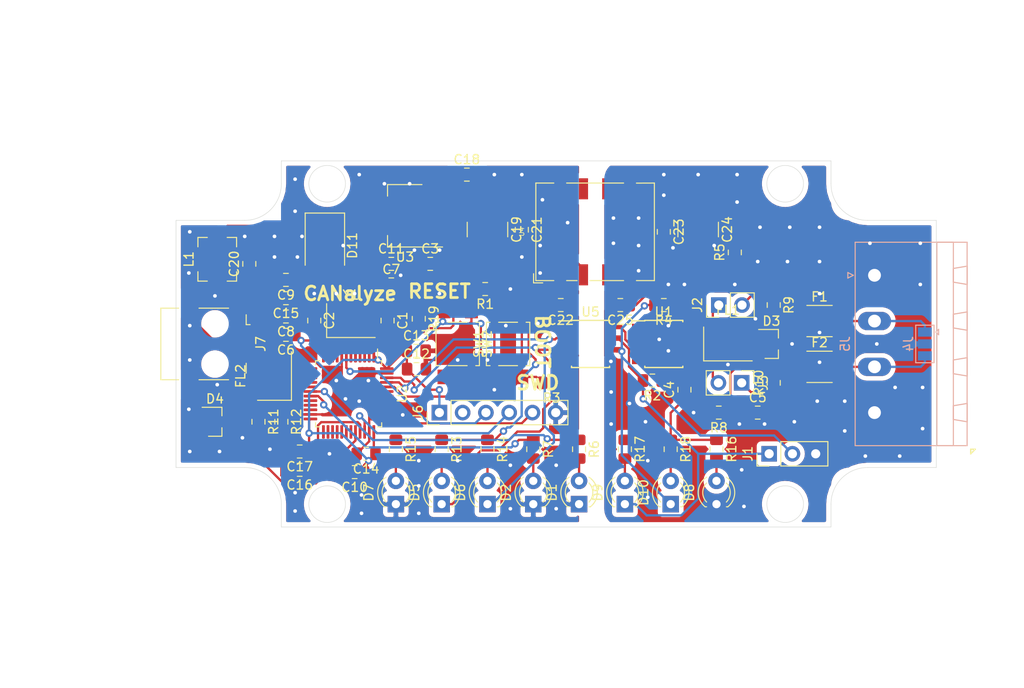
<source format=kicad_pcb>
(kicad_pcb (version 20171130) (host pcbnew 5.1.0-rc1-unknown-5e318dc~66~ubuntu18.04.1)
  (layers (0 F.Cu signal) (31 B.Cu signal) (34 B.Paste user) (35 F.Paste user) (36 B.SilkS user) (37 F.SilkS user) (38 B.Mask user) (39 F.Mask user) (44 Edge.Cuts user))
  (net 0 "")
  (net 1 GND)
  (net 2 +3V3)
  (net 3 +5V)
  (net 4 "Net-(C5-Pad1)")
  (net 5 "Net-(R4-Pad1)")
  (net 6 "Net-(D1-Pad2)")
  (net 7 "Net-(D2-Pad2)")
  (net 8 "Net-(R1-Pad1)")
  (net 9 "Net-(R5-Pad1)")
  (net 10 "Net-(C1-Pad1)")
  (net 11 "Net-(C2-Pad2)")
  (net 12 NRST)
  (net 13 GNDPWR)
  (net 14 +5V1)
  (net 15 "Net-(C20-Pad1)")
  (net 16 "Net-(D3-Pad2)")
  (net 17 "Net-(D3-Pad1)")
  (net 18 "Net-(D4-Pad2)")
  (net 19 "Net-(D4-Pad1)")
  (net 20 CAN_TX)
  (net 21 "Net-(D5-Pad2)")
  (net 22 CAN_RX)
  (net 23 "Net-(D6-Pad2)")
  (net 24 "Net-(D7-Pad2)")
  (net 25 "Net-(D8-Pad2)")
  (net 26 IsoCAN_RX)
  (net 27 "Net-(D9-Pad2)")
  (net 28 IsoCAN_TX)
  (net 29 "Net-(D10-Pad2)")
  (net 30 /H)
  (net 31 /L)
  (net 32 "Net-(FL1-Pad4)")
  (net 33 "Net-(FL1-Pad1)")
  (net 34 "Net-(FL2-Pad3)")
  (net 35 "Net-(FL2-Pad2)")
  (net 36 "Net-(J2-Pad2)")
  (net 37 "Net-(J3-Pad1)")
  (net 38 SWCLK)
  (net 39 SWDIO)
  (net 40 "Net-(R2-Pad1)")
  (net 41 "Net-(R3-Pad2)")
  (net 42 "Net-(R6-Pad1)")
  (net 43 "Net-(R7-Pad1)")
  (net 44 "Net-(R8-Pad2)")
  (net 45 "Net-(R11-Pad2)")
  (net 46 "Net-(R12-Pad2)")
  (module Button_Switch_SMD:SW_SPST_TL3305A (layer F.Cu) (at 73.25 55 270)
    (fp_text reference SW2 (at 0 -3.2 270) (layer F.SilkS))
    (fp_text value SW_PUSH)
    (pad 2 smd rect (at -3.6 1.5 270) (size 1.6 1.4) (layers F.Cu F.Paste F.Mask) (net 12 NRST))
    (pad 2 smd rect (at 3.6 1.5 270) (size 1.6 1.4) (layers F.Cu F.Paste F.Mask) (net 12 NRST))
    (pad 1 smd rect (at -3.6 -1.5 270) (size 1.6 1.4) (layers F.Cu F.Paste F.Mask) (net 1 GND))
    (pad 1 smd rect (at 3.6 -1.5 270) (size 1.6 1.4) (layers F.Cu F.Paste F.Mask) (net 1 GND))
  )
  (module Diode_SMD:D_SMB (layer F.Cu) (at 58.75 44.25 270)
    (fp_text reference D11 (at 0 -3 270) (layer F.SilkS))
    (fp_text value 1.5KE6.5A)
    (pad 2 smd rect (at 2.15 0 270) (size 2.5 2.3) (layers F.Cu F.Paste F.Mask) (net 1 GND))
    (pad 1 smd rect (at -2.15 0 270) (size 2.5 2.3) (layers F.Cu F.Paste F.Mask) (net 3 +5V))
  )
  (module Resistor_SMD:R_0805_2012Metric_Pad1.15x1.40mm_HandSolder (layer F.Cu) (at 69 52.25 270)
    (fp_text reference R19 (at 0 -1.65 270) (layer F.SilkS))
    (fp_text value 100k)
    (pad 2 smd roundrect (at 1.025 0 270) (size 1.15 1.4) (layers F.Cu F.Paste F.Mask) (roundrect_rratio 0.217391) (net 2 +3V3))
    (pad 1 smd roundrect (at -1.025 0 270) (size 1.15 1.4) (layers F.Cu F.Paste F.Mask) (roundrect_rratio 0.217391) (net 12 NRST))
  )
  (module Crystal:Crystal_SMD_5032-4Pin_5.0x3.2mm (layer F.Cu) (at 53.25 58.5 90)
    (fp_text reference FL2 (at 0 -3.7 90) (layer F.SilkS))
    (fp_text value EMI_Filter_LL)
    (pad 4 smd rect (at -1.65 -1 90) (size 1.6 1.3) (layers F.Cu F.Paste F.Mask) (net 19 "Net-(D4-Pad1)"))
    (pad 3 smd rect (at 1.65 -1 90) (size 1.6 1.3) (layers F.Cu F.Paste F.Mask) (net 34 "Net-(FL2-Pad3)"))
    (pad 2 smd rect (at 1.65 1 90) (size 1.6 1.3) (layers F.Cu F.Paste F.Mask) (net 35 "Net-(FL2-Pad2)"))
    (pad 1 smd rect (at -1.65 1 90) (size 1.6 1.3) (layers F.Cu F.Paste F.Mask) (net 18 "Net-(D4-Pad2)"))
  )
  (module Crystal:Crystal_SMD_5032-4Pin_5.0x3.2mm (layer F.Cu) (at 102.75 55)
    (fp_text reference FL1 (at 0 -3.7) (layer F.SilkS))
    (fp_text value EMI_Filter_LL)
    (pad 4 smd rect (at -1.65 -1) (size 1.6 1.3) (layers F.Cu F.Paste F.Mask) (net 32 "Net-(FL1-Pad4)"))
    (pad 3 smd rect (at 1.65 -1) (size 1.6 1.3) (layers F.Cu F.Paste F.Mask) (net 17 "Net-(D3-Pad1)"))
    (pad 2 smd rect (at 1.65 1) (size 1.6 1.3) (layers F.Cu F.Paste F.Mask) (net 16 "Net-(D3-Pad2)"))
    (pad 1 smd rect (at -1.65 1) (size 1.6 1.3) (layers F.Cu F.Paste F.Mask) (net 33 "Net-(FL1-Pad1)"))
  )
  (module Button_Switch_SMD:SW_SPST_TL3305A (layer F.Cu) (at 78.75 55 90)
    (fp_text reference SW1 (at 0 -3.2 90) (layer F.SilkS))
    (fp_text value SW_PUSH)
    (pad 2 smd rect (at -3.6 1.5 90) (size 1.6 1.4) (layers F.Cu F.Paste F.Mask) (net 41 "Net-(R3-Pad2)"))
    (pad 2 smd rect (at 3.6 1.5 90) (size 1.6 1.4) (layers F.Cu F.Paste F.Mask) (net 41 "Net-(R3-Pad2)"))
    (pad 1 smd rect (at -3.6 -1.5 90) (size 1.6 1.4) (layers F.Cu F.Paste F.Mask) (net 8 "Net-(R1-Pad1)"))
    (pad 1 smd rect (at 3.6 -1.5 90) (size 1.6 1.4) (layers F.Cu F.Paste F.Mask) (net 8 "Net-(R1-Pad1)"))
  )
  (module Crystal:Crystal_SMD_5032-4Pin_5.0x3.2mm (layer F.Cu) (at 61.5912 52.4462)
    (fp_text reference Y1 (at 0 -2.8) (layer F.SilkS))
    (fp_text value 16M)
    (pad 4 smd rect (at -1.65 -1) (size 1.6 1.3) (layers F.Cu F.Paste F.Mask) (net 1 GND))
    (pad 3 smd rect (at 1.65 -1) (size 1.6 1.3) (layers F.Cu F.Paste F.Mask) (net 10 "Net-(C1-Pad1)"))
    (pad 2 smd rect (at 1.65 1) (size 1.6 1.3) (layers F.Cu F.Paste F.Mask) (net 1 GND))
    (pad 1 smd rect (at -1.65 1) (size 1.6 1.3) (layers F.Cu F.Paste F.Mask) (net 11 "Net-(C2-Pad2)"))
  )
  (module Package_TO_SOT_SMD:SOT-223-3_TabPin2 (layer F.Cu) (at 67.5 41 180)
    (fp_text reference U3 (at 0 -4.5 180) (layer F.SilkS))
    (fp_text value NCP1117-3.3_SOT223)
    (pad 1 smd rect (at -3.15 -2.3 180) (size 2 1.5) (layers F.Cu F.Paste F.Mask) (net 1 GND))
    (pad 3 smd rect (at -3.15 2.3 180) (size 2 1.5) (layers F.Cu F.Paste F.Mask) (net 3 +5V))
    (pad 2 smd rect (at -3.15 0 180) (size 2 1.5) (layers F.Cu F.Paste F.Mask) (net 2 +3V3))
    (pad 2 smd rect (at 3.15 0 180) (size 2 3.8) (layers F.Cu F.Paste F.Mask) (net 2 +3V3))
  )
  (module Package_QFP:LQFP-48_7x7mm_P0.5mm (layer F.Cu) (at 61.3412 60.4462 270)
    (fp_text reference U2 (at 0 -5.85 270) (layer F.SilkS))
    (fp_text value STM32F042C6Tx)
    (pad 48 smd roundrect (at -2.75 -4.1625 270) (size 0.3 1.475) (layers F.Cu F.Paste F.Mask) (net 2 +3V3))
    (pad 47 smd roundrect (at -2.25 -4.1625 270) (size 0.3 1.475) (layers F.Cu F.Paste F.Mask) (net 1 GND))
    (pad 46 smd roundrect (at -1.75 -4.1625 270) (size 0.3 1.475) (layers F.Cu F.Paste F.Mask) (net 20 CAN_TX))
    (pad 45 smd roundrect (at -1.25 -4.1625 270) (size 0.3 1.475) (layers F.Cu F.Paste F.Mask) (net 22 CAN_RX))
    (pad 44 smd roundrect (at -0.75 -4.1625 270) (size 0.3 1.475) (layers F.Cu F.Paste F.Mask) (net 41 "Net-(R3-Pad2)"))
    (pad 43 smd roundrect (at -0.25 -4.1625 270) (size 0.3 1.475) (layers F.Cu F.Paste F.Mask))
    (pad 42 smd roundrect (at 0.25 -4.1625 270) (size 0.3 1.475) (layers F.Cu F.Paste F.Mask))
    (pad 41 smd roundrect (at 0.75 -4.1625 270) (size 0.3 1.475) (layers F.Cu F.Paste F.Mask))
    (pad 40 smd roundrect (at 1.25 -4.1625 270) (size 0.3 1.475) (layers F.Cu F.Paste F.Mask))
    (pad 39 smd roundrect (at 1.75 -4.1625 270) (size 0.3 1.475) (layers F.Cu F.Paste F.Mask))
    (pad 38 smd roundrect (at 2.25 -4.1625 270) (size 0.3 1.475) (layers F.Cu F.Paste F.Mask))
    (pad 37 smd roundrect (at 2.75 -4.1625 270) (size 0.3 1.475) (layers F.Cu F.Paste F.Mask) (net 38 SWCLK))
    (pad 36 smd roundrect (at 4.1625 -2.75 270) (size 1.475 0.3) (layers F.Cu F.Paste F.Mask) (net 2 +3V3))
    (pad 35 smd roundrect (at 4.1625 -2.25 270) (size 1.475 0.3) (layers F.Cu F.Paste F.Mask) (net 1 GND))
    (pad 34 smd roundrect (at 4.1625 -1.75 270) (size 1.475 0.3) (layers F.Cu F.Paste F.Mask) (net 39 SWDIO))
    (pad 33 smd roundrect (at 4.1625 -1.25 270) (size 1.475 0.3) (layers F.Cu F.Paste F.Mask) (net 46 "Net-(R12-Pad2)"))
    (pad 32 smd roundrect (at 4.1625 -0.75 270) (size 1.475 0.3) (layers F.Cu F.Paste F.Mask) (net 45 "Net-(R11-Pad2)"))
    (pad 31 smd roundrect (at 4.1625 -0.25 270) (size 1.475 0.3) (layers F.Cu F.Paste F.Mask))
    (pad 30 smd roundrect (at 4.1625 0.25 270) (size 1.475 0.3) (layers F.Cu F.Paste F.Mask))
    (pad 29 smd roundrect (at 4.1625 0.75 270) (size 1.475 0.3) (layers F.Cu F.Paste F.Mask))
    (pad 28 smd roundrect (at 4.1625 1.25 270) (size 1.475 0.3) (layers F.Cu F.Paste F.Mask))
    (pad 27 smd roundrect (at 4.1625 1.75 270) (size 1.475 0.3) (layers F.Cu F.Paste F.Mask))
    (pad 26 smd roundrect (at 4.1625 2.25 270) (size 1.475 0.3) (layers F.Cu F.Paste F.Mask))
    (pad 25 smd roundrect (at 4.1625 2.75 270) (size 1.475 0.3) (layers F.Cu F.Paste F.Mask))
    (pad 24 smd roundrect (at 2.75 4.1625 270) (size 0.3 1.475) (layers F.Cu F.Paste F.Mask) (net 2 +3V3))
    (pad 23 smd roundrect (at 2.25 4.1625 270) (size 0.3 1.475) (layers F.Cu F.Paste F.Mask) (net 1 GND))
    (pad 22 smd roundrect (at 1.75 4.1625 270) (size 0.3 1.475) (layers F.Cu F.Paste F.Mask))
    (pad 21 smd roundrect (at 1.25 4.1625 270) (size 0.3 1.475) (layers F.Cu F.Paste F.Mask))
    (pad 20 smd roundrect (at 0.75 4.1625 270) (size 0.3 1.475) (layers F.Cu F.Paste F.Mask))
    (pad 19 smd roundrect (at 0.25 4.1625 270) (size 0.3 1.475) (layers F.Cu F.Paste F.Mask) (net 43 "Net-(R7-Pad1)"))
    (pad 18 smd roundrect (at -0.25 4.1625 270) (size 0.3 1.475) (layers F.Cu F.Paste F.Mask) (net 42 "Net-(R6-Pad1)"))
    (pad 17 smd roundrect (at -0.75 4.1625 270) (size 0.3 1.475) (layers F.Cu F.Paste F.Mask))
    (pad 16 smd roundrect (at -1.25 4.1625 270) (size 0.3 1.475) (layers F.Cu F.Paste F.Mask))
    (pad 15 smd roundrect (at -1.75 4.1625 270) (size 0.3 1.475) (layers F.Cu F.Paste F.Mask))
    (pad 14 smd roundrect (at -2.25 4.1625 270) (size 0.3 1.475) (layers F.Cu F.Paste F.Mask))
    (pad 13 smd roundrect (at -2.75 4.1625 270) (size 0.3 1.475) (layers F.Cu F.Paste F.Mask))
    (pad 12 smd roundrect (at -4.1625 2.75 270) (size 1.475 0.3) (layers F.Cu F.Paste F.Mask))
    (pad 11 smd roundrect (at -4.1625 2.25 270) (size 1.475 0.3) (layers F.Cu F.Paste F.Mask))
    (pad 10 smd roundrect (at -4.1625 1.75 270) (size 1.475 0.3) (layers F.Cu F.Paste F.Mask))
    (pad 9 smd roundrect (at -4.1625 1.25 270) (size 1.475 0.3) (layers F.Cu F.Paste F.Mask) (net 2 +3V3))
    (pad 8 smd roundrect (at -4.1625 0.75 270) (size 1.475 0.3) (layers F.Cu F.Paste F.Mask) (net 1 GND))
    (pad 7 smd roundrect (at -4.1625 0.25 270) (size 1.475 0.3) (layers F.Cu F.Paste F.Mask) (net 12 NRST))
    (pad 6 smd roundrect (at -4.1625 -0.25 270) (size 1.475 0.3) (layers F.Cu F.Paste F.Mask) (net 11 "Net-(C2-Pad2)"))
    (pad 5 smd roundrect (at -4.1625 -0.75 270) (size 1.475 0.3) (layers F.Cu F.Paste F.Mask) (net 10 "Net-(C1-Pad1)"))
    (pad 4 smd roundrect (at -4.1625 -1.25 270) (size 1.475 0.3) (layers F.Cu F.Paste F.Mask))
    (pad 3 smd roundrect (at -4.1625 -1.75 270) (size 1.475 0.3) (layers F.Cu F.Paste F.Mask))
    (pad 2 smd roundrect (at -4.1625 -2.25 270) (size 1.475 0.3) (layers F.Cu F.Paste F.Mask))
    (pad 1 smd roundrect (at -4.1625 -2.75 270) (size 1.475 0.3) (layers F.Cu F.Paste F.Mask) (net 2 +3V3))
  )
  (module Package_SO:SOIC-8_3.9x4.9mm_P1.27mm (layer F.Cu) (at 95.75 55)
    (fp_text reference U1 (at 0 -3.5) (layer F.SilkS))
    (fp_text value MCP2561-H/SN)
    (pad 8 smd rect (at 2.7 -1.905) (size 1.55 0.6) (layers F.Cu F.Paste F.Mask) (net 9 "Net-(R5-Pad1)"))
    (pad 7 smd rect (at 2.7 -0.635) (size 1.55 0.6) (layers F.Cu F.Paste F.Mask) (net 32 "Net-(FL1-Pad4)"))
    (pad 6 smd rect (at 2.7 0.635) (size 1.55 0.6) (layers F.Cu F.Paste F.Mask) (net 33 "Net-(FL1-Pad1)"))
    (pad 5 smd rect (at 2.7 1.905) (size 1.55 0.6) (layers F.Cu F.Paste F.Mask) (net 44 "Net-(R8-Pad2)"))
    (pad 4 smd rect (at -2.7 1.905) (size 1.55 0.6) (layers F.Cu F.Paste F.Mask) (net 40 "Net-(R2-Pad1)"))
    (pad 3 smd rect (at -2.7 0.635) (size 1.55 0.6) (layers F.Cu F.Paste F.Mask) (net 14 +5V1))
    (pad 2 smd rect (at -2.7 -0.635) (size 1.55 0.6) (layers F.Cu F.Paste F.Mask) (net 13 GNDPWR))
    (pad 1 smd rect (at -2.7 -1.905) (size 1.55 0.6) (layers F.Cu F.Paste F.Mask) (net 5 "Net-(R4-Pad1)"))
  )
  (module Resistor_SMD:R_0805_2012Metric_Pad1.15x1.40mm_HandSolder (layer F.Cu) (at 71.5 66.5 270)
    (fp_text reference R13 (at 0 -1.65 270) (layer F.SilkS))
    (fp_text value 1K)
    (pad 2 smd roundrect (at 1.025 0 270) (size 1.15 1.4) (layers F.Cu F.Paste F.Mask) (roundrect_rratio 0.217391) (net 21 "Net-(D5-Pad2)"))
    (pad 1 smd roundrect (at -1.025 0 270) (size 1.15 1.4) (layers F.Cu F.Paste F.Mask) (roundrect_rratio 0.217391) (net 3 +5V))
  )
  (module Resistor_SMD:R_0805_2012Metric_Pad1.15x1.40mm_HandSolder (layer F.Cu) (at 54 63.5 270)
    (fp_text reference R12 (at 0 -1.65 270) (layer F.SilkS))
    (fp_text value 100R)
    (pad 2 smd roundrect (at 1.025 0 270) (size 1.15 1.4) (layers F.Cu F.Paste F.Mask) (roundrect_rratio 0.217391) (net 46 "Net-(R12-Pad2)"))
    (pad 1 smd roundrect (at -1.025 0 270) (size 1.15 1.4) (layers F.Cu F.Paste F.Mask) (roundrect_rratio 0.217391) (net 18 "Net-(D4-Pad2)"))
  )
  (module Resistor_SMD:R_0805_2012Metric_Pad1.15x1.40mm_HandSolder (layer F.Cu) (at 51.5 63.5 270)
    (fp_text reference R11 (at 0 -1.65 270) (layer F.SilkS))
    (fp_text value 100R)
    (pad 2 smd roundrect (at 1.025 0 270) (size 1.15 1.4) (layers F.Cu F.Paste F.Mask) (roundrect_rratio 0.217391) (net 45 "Net-(R11-Pad2)"))
    (pad 1 smd roundrect (at -1.025 0 270) (size 1.15 1.4) (layers F.Cu F.Paste F.Mask) (roundrect_rratio 0.217391) (net 19 "Net-(D4-Pad1)"))
  )
  (module Resistor_SMD:R_0805_2012Metric_Pad1.15x1.40mm_HandSolder (layer F.Cu) (at 107.75 59.25 90)
    (fp_text reference R10 (at 0 -1.65 90) (layer F.SilkS))
    (fp_text value 60R)
    (pad 2 smd roundrect (at 1.025 0 90) (size 1.15 1.4) (layers F.Cu F.Paste F.Mask) (roundrect_rratio 0.217391) (net 4 "Net-(C5-Pad1)"))
    (pad 1 smd roundrect (at -1.025 0 90) (size 1.15 1.4) (layers F.Cu F.Paste F.Mask) (roundrect_rratio 0.217391) (net 37 "Net-(J3-Pad1)"))
  )
  (module Resistor_SMD:R_0805_2012Metric_Pad1.15x1.40mm_HandSolder (layer F.Cu) (at 107.75 50.75 270)
    (fp_text reference R9 (at 0 -1.65 270) (layer F.SilkS))
    (fp_text value 60R)
    (pad 2 smd roundrect (at 1.025 0 270) (size 1.15 1.4) (layers F.Cu F.Paste F.Mask) (roundrect_rratio 0.217391) (net 4 "Net-(C5-Pad1)"))
    (pad 1 smd roundrect (at -1.025 0 270) (size 1.15 1.4) (layers F.Cu F.Paste F.Mask) (roundrect_rratio 0.217391) (net 36 "Net-(J2-Pad2)"))
  )
  (module Resistor_SMD:R_0805_2012Metric_Pad1.15x1.40mm_HandSolder (layer F.Cu) (at 101.75 62.5 180)
    (fp_text reference R8 (at 0 -1.65 180) (layer F.SilkS))
    (fp_text value 300R)
    (pad 2 smd roundrect (at 1.025 0 180) (size 1.15 1.4) (layers F.Cu F.Paste F.Mask) (roundrect_rratio 0.217391) (net 44 "Net-(R8-Pad2)"))
    (pad 1 smd roundrect (at -1.025 0 180) (size 1.15 1.4) (layers F.Cu F.Paste F.Mask) (roundrect_rratio 0.217391) (net 4 "Net-(C5-Pad1)"))
  )
  (module Resistor_SMD:R_0805_2012Metric_Pad1.15x1.40mm_HandSolder (layer F.Cu) (at 81.5 66.5 270)
    (fp_text reference R7 (at 0 -1.65 270) (layer F.SilkS))
    (fp_text value 120)
    (pad 2 smd roundrect (at 1.025 0 270) (size 1.15 1.4) (layers F.Cu F.Paste F.Mask) (roundrect_rratio 0.217391) (net 7 "Net-(D2-Pad2)"))
    (pad 1 smd roundrect (at -1.025 0 270) (size 1.15 1.4) (layers F.Cu F.Paste F.Mask) (roundrect_rratio 0.217391) (net 43 "Net-(R7-Pad1)"))
  )
  (module Resistor_SMD:R_0805_2012Metric_Pad1.15x1.40mm_HandSolder (layer F.Cu) (at 86.5 66.5 270)
    (fp_text reference R6 (at 0 -1.65 270) (layer F.SilkS))
    (fp_text value 120)
    (pad 2 smd roundrect (at 1.025 0 270) (size 1.15 1.4) (layers F.Cu F.Paste F.Mask) (roundrect_rratio 0.217391) (net 6 "Net-(D1-Pad2)"))
    (pad 1 smd roundrect (at -1.025 0 270) (size 1.15 1.4) (layers F.Cu F.Paste F.Mask) (roundrect_rratio 0.217391) (net 42 "Net-(R6-Pad1)"))
  )
  (module Resistor_SMD:R_0805_2012Metric_Pad1.15x1.40mm_HandSolder (layer F.Cu) (at 103.5 45 90)
    (fp_text reference R5 (at 0 -1.65 90) (layer F.SilkS))
    (fp_text value 2.2K)
    (pad 2 smd roundrect (at 1.025 0 90) (size 1.15 1.4) (layers F.Cu F.Paste F.Mask) (roundrect_rratio 0.217391) (net 13 GNDPWR))
    (pad 1 smd roundrect (at -1.025 0 90) (size 1.15 1.4) (layers F.Cu F.Paste F.Mask) (roundrect_rratio 0.217391) (net 9 "Net-(R5-Pad1)"))
  )
  (module Resistor_SMD:R_0805_2012Metric_Pad1.15x1.40mm_HandSolder (layer F.Cu) (at 95.75 50.75 180)
    (fp_text reference R4 (at 0 -1.65 180) (layer F.SilkS))
    (fp_text value 300R)
    (pad 2 smd roundrect (at 1.025 0 180) (size 1.15 1.4) (layers F.Cu F.Paste F.Mask) (roundrect_rratio 0.217391) (net 28 IsoCAN_TX))
    (pad 1 smd roundrect (at -1.025 0 180) (size 1.15 1.4) (layers F.Cu F.Paste F.Mask) (roundrect_rratio 0.217391) (net 5 "Net-(R4-Pad1)"))
  )
  (module Resistor_SMD:R_0805_2012Metric_Pad1.15x1.40mm_HandSolder (layer F.Cu) (at 83.5 59.25 180)
    (fp_text reference R3 (at 0 -1.65 180) (layer F.SilkS))
    (fp_text value 10k)
    (pad 2 smd roundrect (at 1.025 0 180) (size 1.15 1.4) (layers F.Cu F.Paste F.Mask) (roundrect_rratio 0.217391) (net 41 "Net-(R3-Pad2)"))
    (pad 1 smd roundrect (at -1.025 0 180) (size 1.15 1.4) (layers F.Cu F.Paste F.Mask) (roundrect_rratio 0.217391) (net 1 GND))
  )
  (module Resistor_SMD:R_0805_2012Metric_Pad1.15x1.40mm_HandSolder (layer F.Cu) (at 94.5 59 180)
    (fp_text reference R2 (at 0 -1.65 180) (layer F.SilkS))
    (fp_text value 300R)
    (pad 2 smd roundrect (at 1.025 0 180) (size 1.15 1.4) (layers F.Cu F.Paste F.Mask) (roundrect_rratio 0.217391) (net 26 IsoCAN_RX))
    (pad 1 smd roundrect (at -1.025 0 180) (size 1.15 1.4) (layers F.Cu F.Paste F.Mask) (roundrect_rratio 0.217391) (net 40 "Net-(R2-Pad1)"))
  )
  (module Resistor_SMD:R_0805_2012Metric_Pad1.15x1.40mm_HandSolder (layer F.Cu) (at 76.25 49 180)
    (fp_text reference R1 (at 0 -1.65 180) (layer F.SilkS))
    (fp_text value 510)
    (pad 2 smd roundrect (at 1.025 0 180) (size 1.15 1.4) (layers F.Cu F.Paste F.Mask) (roundrect_rratio 0.217391) (net 2 +3V3))
    (pad 1 smd roundrect (at -1.025 0 180) (size 1.15 1.4) (layers F.Cu F.Paste F.Mask) (roundrect_rratio 0.217391) (net 8 "Net-(R1-Pad1)"))
  )
  (module Connector_USB:USB_Mini-B_Lumberg_2486_01_Horizontal (layer F.Cu) (at 46.75 55 270)
    (fp_text reference J7 (at 0 -5 270) (layer F.SilkS))
    (fp_text value USB_B)
    (pad "" np_thru_hole circle (at 2.2 0 270) (size 2 2) (drill 2) (layers *.Cu *.Mask))
    (pad "" np_thru_hole circle (at -2.2 0 270) (size 2 2) (drill 2) (layers *.Cu *.Mask))
    (pad 6 smd rect (at 4.45 2.85 270) (size 2 1.7) (layers F.Cu F.Paste F.Mask))
    (pad 6 smd rect (at 4.45 -2.6 270) (size 2 1.7) (layers F.Cu F.Paste F.Mask))
    (pad 6 smd rect (at -4.45 2.85 270) (size 2 1.7) (layers F.Cu F.Paste F.Mask))
    (pad 6 smd rect (at -4.45 -2.6 270) (size 2 1.7) (layers F.Cu F.Paste F.Mask))
    (pad 5 smd rect (at 1.6 -2.7 270) (size 0.5 2) (layers F.Cu F.Paste F.Mask) (net 1 GND))
    (pad 4 smd rect (at 0.8 -2.7 270) (size 0.5 2) (layers F.Cu F.Paste F.Mask) (net 1 GND))
    (pad 3 smd rect (at 0 -2.7 270) (size 0.5 2) (layers F.Cu F.Paste F.Mask) (net 35 "Net-(FL2-Pad2)"))
    (pad 2 smd rect (at -0.8 -2.7 270) (size 0.5 2) (layers F.Cu F.Paste F.Mask) (net 34 "Net-(FL2-Pad3)"))
    (pad 1 smd rect (at -1.6 -2.7 270) (size 0.5 2) (layers F.Cu F.Paste F.Mask) (net 15 "Net-(C20-Pad1)"))
  )
  (module Connector_PinHeader_2.54mm:PinHeader_1x06_P2.54mm_Vertical (layer F.Cu) (at 71.25 62.5 90)
    (fp_text reference J6 (at 0 -2.33 90) (layer F.SilkS))
    (fp_text value Conn_01x06)
    (pad 6 thru_hole oval (at 0 12.7 90) (size 1.7 1.7) (drill 1) (layers *.Cu *.Mask) (net 1 GND))
    (pad 5 thru_hole oval (at 0 10.16 90) (size 1.7 1.7) (drill 1) (layers *.Cu *.Mask) (net 38 SWCLK))
    (pad 4 thru_hole oval (at 0 7.62 90) (size 1.7 1.7) (drill 1) (layers *.Cu *.Mask) (net 39 SWDIO))
    (pad 3 thru_hole oval (at 0 5.08 90) (size 1.7 1.7) (drill 1) (layers *.Cu *.Mask) (net 12 NRST))
    (pad 2 thru_hole oval (at 0 2.54 90) (size 1.7 1.7) (drill 1) (layers *.Cu *.Mask))
    (pad 1 thru_hole rect (at 0 0 90) (size 1.7 1.7) (drill 1) (layers *.Cu *.Mask) (net 2 +3V3))
  )
  (module Connector_Phoenix_MSTB:PhoenixContact_MSTBA_2,5_4-G_1x04_P5.00mm_Horizontal (layer B.Cu) (at 118.75 47.5 270)
    (fp_text reference J5 (at 7.5 3.2 270) (layer B.SilkS) (effects (justify mirror)))
    (fp_text value Conn_01x04_Male)
    (pad 4 thru_hole oval (at 15 0 270) (size 2 3.6) (drill 1.4) (layers *.Cu *.Mask) (net 13 GNDPWR))
    (pad 3 thru_hole oval (at 10 0 270) (size 2 3.6) (drill 1.4) (layers *.Cu *.Mask) (net 31 /L))
    (pad 2 thru_hole oval (at 5 0 270) (size 2 3.6) (drill 1.4) (layers *.Cu *.Mask) (net 30 /H))
    (pad 1 thru_hole roundrect (at 0 0 270) (size 2 3.6) (drill 1.4) (layers *.Cu *.Mask) (roundrect_rratio 0.125) (net 13 GNDPWR))
  )
  (module Jumper:SolderJumper-3_P1.3mm_Open_Pad1.0x1.5mm (layer B.Cu) (at 124.25 55 270)
    (fp_text reference J4 (at 0 1.8 270) (layer B.SilkS) (effects (justify mirror)))
    (fp_text value GS3)
    (pad 1 smd rect (at -1.3 0 270) (size 1 1.5) (layers B.Cu B.Mask) (net 30 /H))
    (pad 2 smd rect (at 0 0 270) (size 1 1.5) (layers B.Cu B.Mask) (net 13 GNDPWR))
    (pad 3 smd rect (at 1.3 0 270) (size 1 1.5) (layers B.Cu B.Mask) (net 31 /L))
  )
  (module Connector_PinHeader_2.54mm:PinHeader_1x02_P2.54mm_Vertical (layer F.Cu) (at 104.25 59.25 270)
    (fp_text reference J3 (at 0 -2.33 270) (layer F.SilkS))
    (fp_text value Conn_01x02_Male)
    (pad 2 thru_hole oval (at 0 2.54 270) (size 1.7 1.7) (drill 1) (layers *.Cu *.Mask) (net 33 "Net-(FL1-Pad1)"))
    (pad 1 thru_hole rect (at 0 0 270) (size 1.7 1.7) (drill 1) (layers *.Cu *.Mask) (net 37 "Net-(J3-Pad1)"))
  )
  (module Connector_PinHeader_2.54mm:PinHeader_1x02_P2.54mm_Vertical (layer F.Cu) (at 101.75 50.75 90)
    (fp_text reference J2 (at 0 -2.33 90) (layer F.SilkS))
    (fp_text value Conn_01x02_Male)
    (pad 2 thru_hole oval (at 0 2.54 90) (size 1.7 1.7) (drill 1) (layers *.Cu *.Mask) (net 36 "Net-(J2-Pad2)"))
    (pad 1 thru_hole rect (at 0 0 90) (size 1.7 1.7) (drill 1) (layers *.Cu *.Mask) (net 32 "Net-(FL1-Pad4)"))
  )
  (module Connector_PinHeader_2.54mm:PinHeader_1x03_P2.54mm_Vertical (layer F.Cu) (at 107.25 67 90)
    (fp_text reference J1 (at 0 -2.33 90) (layer F.SilkS))
    (fp_text value Conn_01x03)
    (pad 3 thru_hole oval (at 0 5.08 90) (size 1.7 1.7) (drill 1) (layers *.Cu *.Mask) (net 13 GNDPWR))
    (pad 2 thru_hole oval (at 0 2.54 90) (size 1.7 1.7) (drill 1) (layers *.Cu *.Mask) (net 28 IsoCAN_TX))
    (pad 1 thru_hole rect (at 0 0 90) (size 1.7 1.7) (drill 1) (layers *.Cu *.Mask) (net 26 IsoCAN_RX))
  )
  (module Fuse:Fuse_1812_4532Metric_Pad1.30x3.40mm_HandSolder (layer F.Cu) (at 112.75 57.5)
    (fp_text reference F2 (at 0 -2.65) (layer F.SilkS))
    (fp_text value Polyfuse)
    (pad 2 smd roundrect (at 2.225 0) (size 1.3 3.4) (layers F.Cu F.Paste F.Mask) (roundrect_rratio 0.192308) (net 31 /L))
    (pad 1 smd roundrect (at -2.225 0) (size 1.3 3.4) (layers F.Cu F.Paste F.Mask) (roundrect_rratio 0.192308) (net 16 "Net-(D3-Pad2)"))
  )
  (module Fuse:Fuse_1812_4532Metric_Pad1.30x3.40mm_HandSolder (layer F.Cu) (at 112.75 52.5)
    (fp_text reference F1 (at 0 -2.65) (layer F.SilkS))
    (fp_text value Polyfuse)
    (pad 2 smd roundrect (at 2.225 0) (size 1.3 3.4) (layers F.Cu F.Paste F.Mask) (roundrect_rratio 0.192308) (net 30 /H))
    (pad 1 smd roundrect (at -2.225 0) (size 1.3 3.4) (layers F.Cu F.Paste F.Mask) (roundrect_rratio 0.192308) (net 17 "Net-(D3-Pad1)"))
  )
  (module Package_TO_SOT_SMD:SOT-23 (layer F.Cu) (at 46.75 63.5)
    (fp_text reference D4 (at 0 -2.5) (layer F.SilkS))
    (fp_text value PESD2CAN)
    (pad 3 smd rect (at 1 0) (size 0.9 0.8) (layers F.Cu F.Paste F.Mask) (net 1 GND))
    (pad 2 smd rect (at -1 0.95) (size 0.9 0.8) (layers F.Cu F.Paste F.Mask) (net 18 "Net-(D4-Pad2)"))
    (pad 1 smd rect (at -1 -0.95) (size 0.9 0.8) (layers F.Cu F.Paste F.Mask) (net 19 "Net-(D4-Pad1)"))
  )
  (module Package_TO_SOT_SMD:SOT-23 (layer F.Cu) (at 107.5 55)
    (fp_text reference D3 (at 0 -2.5) (layer F.SilkS))
    (fp_text value PESD2CAN)
    (pad 3 smd rect (at 1 0) (size 0.9 0.8) (layers F.Cu F.Paste F.Mask) (net 13 GNDPWR))
    (pad 2 smd rect (at -1 0.95) (size 0.9 0.8) (layers F.Cu F.Paste F.Mask) (net 16 "Net-(D3-Pad2)"))
    (pad 1 smd rect (at -1 -0.95) (size 0.9 0.8) (layers F.Cu F.Paste F.Mask) (net 17 "Net-(D3-Pad1)"))
  )
  (module LED_THT:LED_D3.0mm (layer F.Cu) (at 81.5 72.5 90)
    (fp_text reference D2 (at 1.27 -2.96 90) (layer F.SilkS))
    (fp_text value LED_RED)
    (pad 2 thru_hole circle (at 2.54 0 90) (size 1.8 1.8) (drill 0.9) (layers *.Cu *.Mask) (net 7 "Net-(D2-Pad2)"))
    (pad 1 thru_hole rect (at 0 0 90) (size 1.8 1.8) (drill 0.9) (layers *.Cu *.Mask) (net 1 GND))
  )
  (module LED_THT:LED_D3.0mm (layer F.Cu) (at 86.5 72.5 90)
    (fp_text reference D1 (at 1.27 -2.96 90) (layer F.SilkS))
    (fp_text value LED_GREEN)
    (pad 2 thru_hole circle (at 2.54 0 90) (size 1.8 1.8) (drill 0.9) (layers *.Cu *.Mask) (net 6 "Net-(D1-Pad2)"))
    (pad 1 thru_hole rect (at 0 0 90) (size 1.8 1.8) (drill 0.9) (layers *.Cu *.Mask) (net 1 GND))
  )
  (module Capacitor_SMD:C_0805_2012Metric_Pad1.15x1.40mm_HandSolder (layer F.Cu) (at 74.25 36.5)
    (fp_text reference C18 (at 0 -1.65) (layer F.SilkS))
    (fp_text value 1U)
    (pad 2 smd roundrect (at 1.025 0) (size 1.15 1.4) (layers F.Cu F.Paste F.Mask) (roundrect_rratio 0.217391) (net 1 GND))
    (pad 1 smd roundrect (at -1.025 0) (size 1.15 1.4) (layers F.Cu F.Paste F.Mask) (roundrect_rratio 0.217391) (net 3 +5V))
  )
  (module Capacitor_SMD:C_0805_2012Metric_Pad1.15x1.40mm_HandSolder (layer F.Cu) (at 56 66.75 180)
    (fp_text reference C17 (at 0 -1.65 180) (layer F.SilkS))
    (fp_text value 1U)
    (pad 2 smd roundrect (at 1.025 0 180) (size 1.15 1.4) (layers F.Cu F.Paste F.Mask) (roundrect_rratio 0.217391) (net 1 GND))
    (pad 1 smd roundrect (at -1.025 0 180) (size 1.15 1.4) (layers F.Cu F.Paste F.Mask) (roundrect_rratio 0.217391) (net 2 +3V3))
  )
  (module Capacitor_SMD:C_0805_2012Metric_Pad1.15x1.40mm_HandSolder (layer F.Cu) (at 56 68.75 180)
    (fp_text reference C16 (at 0 -1.65 180) (layer F.SilkS))
    (fp_text value 1u)
    (pad 2 smd roundrect (at 1.025 0 180) (size 1.15 1.4) (layers F.Cu F.Paste F.Mask) (roundrect_rratio 0.217391) (net 1 GND))
    (pad 1 smd roundrect (at -1.025 0 180) (size 1.15 1.4) (layers F.Cu F.Paste F.Mask) (roundrect_rratio 0.217391) (net 2 +3V3))
  )
  (module Capacitor_SMD:C_0805_2012Metric_Pad1.15x1.40mm_HandSolder (layer F.Cu) (at 54.5 50 180)
    (fp_text reference C15 (at 0 -1.65 180) (layer F.SilkS))
    (fp_text value 0.01u)
    (pad 2 smd roundrect (at 1.025 0 180) (size 1.15 1.4) (layers F.Cu F.Paste F.Mask) (roundrect_rratio 0.217391) (net 1 GND))
    (pad 1 smd roundrect (at -1.025 0 180) (size 1.15 1.4) (layers F.Cu F.Paste F.Mask) (roundrect_rratio 0.217391) (net 2 +3V3))
  )
  (module Capacitor_SMD:C_0805_2012Metric_Pad1.15x1.40mm_HandSolder (layer F.Cu) (at 63.25 67 180)
    (fp_text reference C14 (at 0 -1.65 180) (layer F.SilkS))
    (fp_text value 4.7u)
    (pad 2 smd roundrect (at 1.025 0 180) (size 1.15 1.4) (layers F.Cu F.Paste F.Mask) (roundrect_rratio 0.217391) (net 1 GND))
    (pad 1 smd roundrect (at -1.025 0 180) (size 1.15 1.4) (layers F.Cu F.Paste F.Mask) (roundrect_rratio 0.217391) (net 2 +3V3))
  )
  (module Capacitor_SMD:C_0805_2012Metric_Pad1.15x1.40mm_HandSolder (layer F.Cu) (at 68.725 55.75)
    (fp_text reference C13 (at 0 -1.65) (layer F.SilkS))
    (fp_text value 0.1u)
    (pad 2 smd roundrect (at 1.025 0) (size 1.15 1.4) (layers F.Cu F.Paste F.Mask) (roundrect_rratio 0.217391) (net 1 GND))
    (pad 1 smd roundrect (at -1.025 0) (size 1.15 1.4) (layers F.Cu F.Paste F.Mask) (roundrect_rratio 0.217391) (net 2 +3V3))
  )
  (module Capacitor_SMD:C_0805_2012Metric_Pad1.15x1.40mm_HandSolder (layer F.Cu) (at 68.75 57.75)
    (fp_text reference C12 (at 0 -1.65) (layer F.SilkS))
    (fp_text value 0.1u)
    (pad 2 smd roundrect (at 1.025 0) (size 1.15 1.4) (layers F.Cu F.Paste F.Mask) (roundrect_rratio 0.217391) (net 1 GND))
    (pad 1 smd roundrect (at -1.025 0) (size 1.15 1.4) (layers F.Cu F.Paste F.Mask) (roundrect_rratio 0.217391) (net 2 +3V3))
  )
  (module Capacitor_SMD:C_0805_2012Metric_Pad1.15x1.40mm_HandSolder (layer F.Cu) (at 66 46.25)
    (fp_text reference C11 (at 0 -1.65) (layer F.SilkS))
    (fp_text value 0.1u)
    (pad 2 smd roundrect (at 1.025 0) (size 1.15 1.4) (layers F.Cu F.Paste F.Mask) (roundrect_rratio 0.217391) (net 1 GND))
    (pad 1 smd roundrect (at -1.025 0) (size 1.15 1.4) (layers F.Cu F.Paste F.Mask) (roundrect_rratio 0.217391) (net 2 +3V3))
  )
  (module Capacitor_SMD:C_0805_2012Metric_Pad1.15x1.40mm_HandSolder (layer F.Cu) (at 62 69 180)
    (fp_text reference C10 (at 0 -1.65 180) (layer F.SilkS))
    (fp_text value 4.7u)
    (pad 2 smd roundrect (at 1.025 0 180) (size 1.15 1.4) (layers F.Cu F.Paste F.Mask) (roundrect_rratio 0.217391) (net 1 GND))
    (pad 1 smd roundrect (at -1.025 0 180) (size 1.15 1.4) (layers F.Cu F.Paste F.Mask) (roundrect_rratio 0.217391) (net 2 +3V3))
  )
  (module Capacitor_SMD:C_0805_2012Metric_Pad1.15x1.40mm_HandSolder (layer F.Cu) (at 54.5 48 180)
    (fp_text reference C9 (at 0 -1.65 180) (layer F.SilkS))
    (fp_text value 0.1u)
    (pad 2 smd roundrect (at 1.025 0 180) (size 1.15 1.4) (layers F.Cu F.Paste F.Mask) (roundrect_rratio 0.217391) (net 1 GND))
    (pad 1 smd roundrect (at -1.025 0 180) (size 1.15 1.4) (layers F.Cu F.Paste F.Mask) (roundrect_rratio 0.217391) (net 2 +3V3))
  )
  (module Capacitor_SMD:C_0805_2012Metric_Pad1.15x1.40mm_HandSolder (layer F.Cu) (at 54.5 52 180)
    (fp_text reference C8 (at 0 -1.65 180) (layer F.SilkS))
    (fp_text value 0.1u)
    (pad 2 smd roundrect (at 1.025 0 180) (size 1.15 1.4) (layers F.Cu F.Paste F.Mask) (roundrect_rratio 0.217391) (net 1 GND))
    (pad 1 smd roundrect (at -1.025 0 180) (size 1.15 1.4) (layers F.Cu F.Paste F.Mask) (roundrect_rratio 0.217391) (net 2 +3V3))
  )
  (module Capacitor_SMD:C_0805_2012Metric_Pad1.15x1.40mm_HandSolder (layer F.Cu) (at 66 48.5)
    (fp_text reference C7 (at 0 -1.65) (layer F.SilkS))
    (fp_text value 4.7u)
    (pad 2 smd roundrect (at 1.025 0) (size 1.15 1.4) (layers F.Cu F.Paste F.Mask) (roundrect_rratio 0.217391) (net 1 GND))
    (pad 1 smd roundrect (at -1.025 0) (size 1.15 1.4) (layers F.Cu F.Paste F.Mask) (roundrect_rratio 0.217391) (net 2 +3V3))
  )
  (module Capacitor_SMD:C_0805_2012Metric_Pad1.15x1.40mm_HandSolder (layer F.Cu) (at 54.5 54 180)
    (fp_text reference C6 (at 0 -1.65 180) (layer F.SilkS))
    (fp_text value 0.1u)
    (pad 2 smd roundrect (at 1.025 0 180) (size 1.15 1.4) (layers F.Cu F.Paste F.Mask) (roundrect_rratio 0.217391) (net 1 GND))
    (pad 1 smd roundrect (at -1.025 0 180) (size 1.15 1.4) (layers F.Cu F.Paste F.Mask) (roundrect_rratio 0.217391) (net 2 +3V3))
  )
  (module Capacitor_SMD:C_0805_2012Metric_Pad1.15x1.40mm_HandSolder (layer F.Cu) (at 106 62.5)
    (fp_text reference C5 (at 0 -1.65) (layer F.SilkS))
    (fp_text value 10n)
    (pad 2 smd roundrect (at 1.025 0) (size 1.15 1.4) (layers F.Cu F.Paste F.Mask) (roundrect_rratio 0.217391) (net 13 GNDPWR))
    (pad 1 smd roundrect (at -1.025 0) (size 1.15 1.4) (layers F.Cu F.Paste F.Mask) (roundrect_rratio 0.217391) (net 4 "Net-(C5-Pad1)"))
  )
  (module Capacitor_SMD:C_0805_2012Metric_Pad1.15x1.40mm_HandSolder (layer F.Cu) (at 98 60 90)
    (fp_text reference C4 (at 0 -1.65 90) (layer F.SilkS))
    (fp_text value 0.1U)
    (pad 2 smd roundrect (at 1.025 0 90) (size 1.15 1.4) (layers F.Cu F.Paste F.Mask) (roundrect_rratio 0.217391) (net 13 GNDPWR))
    (pad 1 smd roundrect (at -1.025 0 90) (size 1.15 1.4) (layers F.Cu F.Paste F.Mask) (roundrect_rratio 0.217391) (net 14 +5V1))
  )
  (module Capacitor_SMD:C_0805_2012Metric_Pad1.15x1.40mm_HandSolder (layer F.Cu) (at 70.25 46.25)
    (fp_text reference C3 (at 0 -1.65) (layer F.SilkS))
    (fp_text value 0.1u)
    (pad 2 smd roundrect (at 1.025 0) (size 1.15 1.4) (layers F.Cu F.Paste F.Mask) (roundrect_rratio 0.217391) (net 1 GND))
    (pad 1 smd roundrect (at -1.025 0) (size 1.15 1.4) (layers F.Cu F.Paste F.Mask) (roundrect_rratio 0.217391) (net 12 NRST))
  )
  (module Capacitor_SMD:C_0805_2012Metric_Pad1.15x1.40mm_HandSolder (layer F.Cu) (at 57.5912 52.4462 270)
    (fp_text reference C2 (at 0 -1.65 270) (layer F.SilkS))
    (fp_text value 15p)
    (pad 2 smd roundrect (at 1.025 0 270) (size 1.15 1.4) (layers F.Cu F.Paste F.Mask) (roundrect_rratio 0.217391) (net 11 "Net-(C2-Pad2)"))
    (pad 1 smd roundrect (at -1.025 0 270) (size 1.15 1.4) (layers F.Cu F.Paste F.Mask) (roundrect_rratio 0.217391) (net 1 GND))
  )
  (module Capacitor_SMD:C_0805_2012Metric_Pad1.15x1.40mm_HandSolder (layer F.Cu) (at 65.5912 52.4462 270)
    (fp_text reference C1 (at 0 -1.65 270) (layer F.SilkS))
    (fp_text value 15p)
    (pad 2 smd roundrect (at 1.025 0 270) (size 1.15 1.4) (layers F.Cu F.Paste F.Mask) (roundrect_rratio 0.217391) (net 1 GND))
    (pad 1 smd roundrect (at -1.025 0 270) (size 1.15 1.4) (layers F.Cu F.Paste F.Mask) (roundrect_rratio 0.217391) (net 10 "Net-(C1-Pad1)"))
  )
  (module Capacitor_SMD:C_2816_7142Metric_Pad3.20x4.45mm_HandSolder (layer F.Cu) (at 76.5 42.5 270)
    (fp_text reference C19 (at 0 -3.18 270) (layer F.SilkS))
    (fp_text value CP)
    (pad 1 smd roundrect (at -2.6 0 270) (size 3.2 4.45) (layers F.Cu F.Paste F.Mask) (roundrect_rratio 0.078125) (net 3 +5V))
    (pad 2 smd roundrect (at 2.6 0 270) (size 3.2 4.45) (layers F.Cu F.Paste F.Mask) (roundrect_rratio 0.078125) (net 1 GND))
  )
  (module Capacitor_SMD:C_2816_7142Metric_Pad3.20x4.45mm_HandSolder (layer F.Cu) (at 99.5 42.5 270)
    (fp_text reference C24 (at 0 -3.18 270) (layer F.SilkS))
    (fp_text value CP)
    (pad 1 smd roundrect (at -2.6 0 270) (size 3.2 4.45) (layers F.Cu F.Paste F.Mask) (roundrect_rratio 0.078125) (net 14 +5V1))
    (pad 2 smd roundrect (at 2.6 0 270) (size 3.2 4.45) (layers F.Cu F.Paste F.Mask) (roundrect_rratio 0.078125) (net 13 GNDPWR))
  )
  (module LED_THT:LED_D3.0mm (layer F.Cu) (at 66.5 72.5 90)
    (fp_text reference D7 (at 1.27 -2.96 90) (layer F.SilkS))
    (fp_text value LED)
    (pad 1 thru_hole rect (at 0 0 90) (size 1.8 1.8) (drill 0.9) (layers *.Cu *.Mask) (net 1 GND))
    (pad 2 thru_hole circle (at 2.54 0 90) (size 1.8 1.8) (drill 0.9) (layers *.Cu *.Mask) (net 24 "Net-(D7-Pad2)"))
  )
  (module LED_THT:LED_D3.0mm (layer F.Cu) (at 101.5 72.5 90)
    (fp_text reference D8 (at 1.27 -2.96 90) (layer F.SilkS))
    (fp_text value LED)
    (pad 1 thru_hole rect (at 0 0 90) (size 1.8 1.8) (drill 0.9) (layers *.Cu *.Mask) (net 13 GNDPWR))
    (pad 2 thru_hole circle (at 2.54 0 90) (size 1.8 1.8) (drill 0.9) (layers *.Cu *.Mask) (net 25 "Net-(D8-Pad2)"))
  )
  (module Package_SO:SOIC-8_3.9x4.9mm_P1.27mm (layer F.Cu) (at 87.75 55)
    (fp_text reference U5 (at 0 -3.5) (layer F.SilkS))
    (fp_text value ISO7321C)
    (pad 1 smd rect (at -2.7 -1.905) (size 1.55 0.6) (layers F.Cu F.Paste F.Mask) (net 3 +5V))
    (pad 2 smd rect (at -2.7 -0.635) (size 1.55 0.6) (layers F.Cu F.Paste F.Mask) (net 22 CAN_RX))
    (pad 3 smd rect (at -2.7 0.635) (size 1.55 0.6) (layers F.Cu F.Paste F.Mask) (net 20 CAN_TX))
    (pad 4 smd rect (at -2.7 1.905) (size 1.55 0.6) (layers F.Cu F.Paste F.Mask) (net 1 GND))
    (pad 5 smd rect (at 2.7 1.905) (size 1.55 0.6) (layers F.Cu F.Paste F.Mask) (net 13 GNDPWR))
    (pad 6 smd rect (at 2.7 0.635) (size 1.55 0.6) (layers F.Cu F.Paste F.Mask) (net 28 IsoCAN_TX))
    (pad 7 smd rect (at 2.7 -0.635) (size 1.55 0.6) (layers F.Cu F.Paste F.Mask) (net 26 IsoCAN_RX))
    (pad 8 smd rect (at 2.7 -1.905) (size 1.55 0.6) (layers F.Cu F.Paste F.Mask) (net 14 +5V1))
  )
  (module Inductor_SMD:L_Bourns-SRN4018 (layer F.Cu) (at 47 45.75 270)
    (fp_text reference L1 (at 0 3.1 270) (layer F.SilkS))
    (fp_text value Ferrite_Bead)
    (pad 1 smd rect (at -1.525 0 270) (size 1.5 3.6) (layers F.Cu F.Paste F.Mask) (net 3 +5V))
    (pad 2 smd rect (at 1.525 0 270) (size 1.5 3.6) (layers F.Cu F.Paste F.Mask) (net 15 "Net-(C20-Pad1)"))
  )
  (module Capacitor_SMD:C_0805_2012Metric_Pad1.15x1.40mm_HandSolder (layer F.Cu) (at 50.5 46.25 90)
    (fp_text reference C20 (at 0 -1.65 90) (layer F.SilkS))
    (fp_text value 0.01U)
    (pad 1 smd roundrect (at -1.025 0 90) (size 1.15 1.4) (layers F.Cu F.Paste F.Mask) (roundrect_rratio 0.217391) (net 15 "Net-(C20-Pad1)"))
    (pad 2 smd roundrect (at 1.025 0 90) (size 1.15 1.4) (layers F.Cu F.Paste F.Mask) (roundrect_rratio 0.217391) (net 1 GND))
  )
  (module LED_THT:LED_D3.0mm (layer F.Cu) (at 91.5 72.5 90)
    (fp_text reference D9 (at 1.27 -2.96 90) (layer F.SilkS))
    (fp_text value LED)
    (pad 1 thru_hole rect (at 0 0 90) (size 1.8 1.8) (drill 0.9) (layers *.Cu *.Mask) (net 26 IsoCAN_RX))
    (pad 2 thru_hole circle (at 2.54 0 90) (size 1.8 1.8) (drill 0.9) (layers *.Cu *.Mask) (net 27 "Net-(D9-Pad2)"))
  )
  (module LED_THT:LED_D3.0mm (layer F.Cu) (at 96.5 72.5 90)
    (fp_text reference D10 (at 1.27 -2.96 90) (layer F.SilkS))
    (fp_text value LED)
    (pad 1 thru_hole rect (at 0 0 90) (size 1.8 1.8) (drill 0.9) (layers *.Cu *.Mask) (net 28 IsoCAN_TX))
    (pad 2 thru_hole circle (at 2.54 0 90) (size 1.8 1.8) (drill 0.9) (layers *.Cu *.Mask) (net 29 "Net-(D10-Pad2)"))
  )
  (module Resistor_SMD:R_0805_2012Metric_Pad1.15x1.40mm_HandSolder (layer F.Cu) (at 101.5 66.5 270)
    (fp_text reference R16 (at 0 -1.65 270) (layer F.SilkS))
    (fp_text value 1K)
    (pad 1 smd roundrect (at -1.025 0 270) (size 1.15 1.4) (layers F.Cu F.Paste F.Mask) (roundrect_rratio 0.217391) (net 14 +5V1))
    (pad 2 smd roundrect (at 1.025 0 270) (size 1.15 1.4) (layers F.Cu F.Paste F.Mask) (roundrect_rratio 0.217391) (net 25 "Net-(D8-Pad2)"))
  )
  (module LED_THT:LED_D3.0mm (layer F.Cu) (at 76.5 72.5 90)
    (fp_text reference D6 (at 1.27 -2.96 90) (layer F.SilkS))
    (fp_text value LED)
    (pad 1 thru_hole rect (at 0 0 90) (size 1.8 1.8) (drill 0.9) (layers *.Cu *.Mask) (net 22 CAN_RX))
    (pad 2 thru_hole circle (at 2.54 0 90) (size 1.8 1.8) (drill 0.9) (layers *.Cu *.Mask) (net 23 "Net-(D6-Pad2)"))
  )
  (module Resistor_SMD:R_0805_2012Metric_Pad1.15x1.40mm_HandSolder (layer F.Cu) (at 96.5 66.5 270)
    (fp_text reference R18 (at 0 -1.65 270) (layer F.SilkS))
    (fp_text value 1K)
    (pad 1 smd roundrect (at -1.025 0 270) (size 1.15 1.4) (layers F.Cu F.Paste F.Mask) (roundrect_rratio 0.217391) (net 14 +5V1))
    (pad 2 smd roundrect (at 1.025 0 270) (size 1.15 1.4) (layers F.Cu F.Paste F.Mask) (roundrect_rratio 0.217391) (net 29 "Net-(D10-Pad2)"))
  )
  (module Resistor_SMD:R_0805_2012Metric_Pad1.15x1.40mm_HandSolder (layer F.Cu) (at 76.5 66.5 270)
    (fp_text reference R14 (at 0 -1.65 270) (layer F.SilkS))
    (fp_text value 1K)
    (pad 1 smd roundrect (at -1.025 0 270) (size 1.15 1.4) (layers F.Cu F.Paste F.Mask) (roundrect_rratio 0.217391) (net 3 +5V))
    (pad 2 smd roundrect (at 1.025 0 270) (size 1.15 1.4) (layers F.Cu F.Paste F.Mask) (roundrect_rratio 0.217391) (net 23 "Net-(D6-Pad2)"))
  )
  (module Resistor_SMD:R_0805_2012Metric_Pad1.15x1.40mm_HandSolder (layer F.Cu) (at 91.5 66.5 270)
    (fp_text reference R17 (at 0 -1.65 270) (layer F.SilkS))
    (fp_text value 1K)
    (pad 1 smd roundrect (at -1.025 0 270) (size 1.15 1.4) (layers F.Cu F.Paste F.Mask) (roundrect_rratio 0.217391) (net 14 +5V1))
    (pad 2 smd roundrect (at 1.025 0 270) (size 1.15 1.4) (layers F.Cu F.Paste F.Mask) (roundrect_rratio 0.217391) (net 27 "Net-(D9-Pad2)"))
  )
  (module Capacitor_SMD:C_0805_2012Metric_Pad1.15x1.40mm_HandSolder (layer F.Cu) (at 80.25 42.525 270)
    (fp_text reference C21 (at 0 -1.65 270) (layer F.SilkS))
    (fp_text value C)
    (pad 1 smd roundrect (at -1.025 0 270) (size 1.15 1.4) (layers F.Cu F.Paste F.Mask) (roundrect_rratio 0.217391) (net 3 +5V))
    (pad 2 smd roundrect (at 1.025 0 270) (size 1.15 1.4) (layers F.Cu F.Paste F.Mask) (roundrect_rratio 0.217391) (net 1 GND))
  )
  (module Resistor_SMD:R_0805_2012Metric_Pad1.15x1.40mm_HandSolder (layer F.Cu) (at 66.5 66.5 270)
    (fp_text reference R15 (at 0 -1.65 270) (layer F.SilkS))
    (fp_text value 1K)
    (pad 1 smd roundrect (at -1.025 0 270) (size 1.15 1.4) (layers F.Cu F.Paste F.Mask) (roundrect_rratio 0.217391) (net 3 +5V))
    (pad 2 smd roundrect (at 1.025 0 270) (size 1.15 1.4) (layers F.Cu F.Paste F.Mask) (roundrect_rratio 0.217391) (net 24 "Net-(D7-Pad2)"))
  )
  (module VEG50:AM1L-N-Z (layer F.Cu) (at 88.25 42.75 90)
    (fp_text reference U4 (at 0 -8.001 90) (layer F.SilkS) (effects (font (size 0.5 0.5) (thickness 0.075))))
    (fp_text value AM1L-N-Z)
    (pad 1 smd rect (at -4.7 -3.81) (size 1 2.3) (layers F.Cu F.Paste F.Mask) (net 1 GND))
    (pad 2 smd rect (at -4.7 -1.27) (size 1 2.3) (layers F.Cu F.Paste F.Mask) (net 3 +5V))
    (pad 4 smd rect (at -4.7 3.81) (size 1 2.3) (layers F.Cu F.Paste F.Mask) (net 13 GNDPWR))
    (pad 8 smd rect (at 4.7 -3.81) (size 1 2.3) (layers F.Cu F.Paste F.Mask))
    (pad 5 smd rect (at 4.7 3.81) (size 1 2.3) (layers F.Cu F.Paste F.Mask) (net 14 +5V1))
    (pad 3 smd rect (at -4.7 1.27) (size 1 2.3) (layers F.Cu F.Paste F.Mask))
    (pad 7 smd rect (at 4.7 -1.27) (size 1 2.3) (layers F.Cu F.Paste F.Mask))
    (pad 6 smd rect (at 4.7 1.27) (size 1 2.3) (layers F.Cu F.Paste F.Mask))
  )
  (module Capacitor_SMD:C_0805_2012Metric_Pad1.15x1.40mm_HandSolder (layer F.Cu) (at 91 50.75 180)
    (fp_text reference C25 (at 0 -1.65 180) (layer F.SilkS))
    (fp_text value 0.1U)
    (pad 1 smd roundrect (at -1.025 0 180) (size 1.15 1.4) (layers F.Cu F.Paste F.Mask) (roundrect_rratio 0.217391) (net 14 +5V1))
    (pad 2 smd roundrect (at 1.025 0 180) (size 1.15 1.4) (layers F.Cu F.Paste F.Mask) (roundrect_rratio 0.217391) (net 13 GNDPWR))
  )
  (module Capacitor_SMD:C_0805_2012Metric_Pad1.15x1.40mm_HandSolder (layer F.Cu) (at 95.75 42.75 270)
    (fp_text reference C23 (at 0 -1.65 270) (layer F.SilkS))
    (fp_text value C)
    (pad 1 smd roundrect (at -1.025 0 270) (size 1.15 1.4) (layers F.Cu F.Paste F.Mask) (roundrect_rratio 0.217391) (net 14 +5V1))
    (pad 2 smd roundrect (at 1.025 0 270) (size 1.15 1.4) (layers F.Cu F.Paste F.Mask) (roundrect_rratio 0.217391) (net 13 GNDPWR))
  )
  (module Capacitor_SMD:C_0805_2012Metric_Pad1.15x1.40mm_HandSolder (layer F.Cu) (at 84.5 50.75 180)
    (fp_text reference C22 (at 0 -1.65 180) (layer F.SilkS))
    (fp_text value 0.1U)
    (pad 1 smd roundrect (at -1.025 0 180) (size 1.15 1.4) (layers F.Cu F.Paste F.Mask) (roundrect_rratio 0.217391) (net 1 GND))
    (pad 2 smd roundrect (at 1.025 0 180) (size 1.15 1.4) (layers F.Cu F.Paste F.Mask) (roundrect_rratio 0.217391) (net 3 +5V))
  )
  (module LED_THT:LED_D3.0mm (layer F.Cu) (at 71.5 72.5 90)
    (fp_text reference D5 (at 1.27 -2.96 90) (layer F.SilkS))
    (fp_text value LED)
    (pad 1 thru_hole rect (at 0 0 90) (size 1.8 1.8) (drill 0.9) (layers *.Cu *.Mask) (net 20 CAN_TX))
    (pad 2 thru_hole circle (at 2.54 0 90) (size 1.8 1.8) (drill 0.9) (layers *.Cu *.Mask) (net 21 "Net-(D5-Pad2)"))
  )
  (gr_line (start 129.25 67) (end 129.25 66.5) (layer F.SilkS) (width 0.15))
  (gr_line (start 129.75 66.5) (end 129.25 67) (layer F.SilkS) (width 0.15))
  (gr_line (start 129.25 66.5) (end 129.75 66.5) (layer F.SilkS) (width 0.15))
  (gr_circle (center 59 37.5) (end 61 37.5) (layer Edge.Cuts) (width 0.05))
  (gr_circle (center 59 72.5) (end 61 72.5) (layer Edge.Cuts) (width 0.05))
  (gr_circle (center 109 37.5) (end 111 37.5) (layer Edge.Cuts) (width 0.05))
  (gr_circle (center 109 72.5) (end 111 72.5) (layer Edge.Cuts) (width 0.05))
  (gr_line (start 54 72.5) (end 54 75) (layer Edge.Cuts) (width 0.05))
  (gr_line (start 54 75) (end 114 75) (layer Edge.Cuts) (width 0.05))
  (gr_line (start 50 41.5) (end 42.5 41.5) (layer Edge.Cuts) (width 0.05))
  (gr_line (start 42.5 41.5) (end 42.5 68.5) (layer Edge.Cuts) (width 0.05))
  (gr_line (start 42.5 68.5) (end 50 68.5) (layer Edge.Cuts) (width 0.05))
  (gr_line (start 54 37.5) (end 54 35) (layer Edge.Cuts) (width 0.05))
  (gr_line (start 54 35) (end 114 35) (layer Edge.Cuts) (width 0.05))
  (gr_line (start 114 35) (end 114 37.5) (layer Edge.Cuts) (width 0.05))
  (gr_line (start 118 68.5) (end 125.5 68.5) (layer Edge.Cuts) (width 0.05))
  (gr_line (start 125.5 68.5) (end 125.5 41.5) (layer Edge.Cuts) (width 0.05))
  (gr_line (start 125.5 41.5) (end 118 41.5) (layer Edge.Cuts) (width 0.05))
  (gr_arc (start 50 37.5) (end 50 41.5) (angle -90) (layer Edge.Cuts) (width 0.05))
  (gr_line (start 114 72.5) (end 114 75) (layer Edge.Cuts) (width 0.05))
  (gr_arc (start 118 37.5) (end 114 37.5) (angle -90) (layer Edge.Cuts) (width 0.05))
  (gr_arc (start 118 72.5) (end 118 68.5) (angle -90) (layer Edge.Cuts) (width 0.05))
  (gr_arc (start 50 72.5) (end 54 72.5) (angle -90) (layer Edge.Cuts) (width 0.05))
  (gr_text CANalyze (at 61.5 49.5) (layer F.SilkS) (effects (font (size 1.5 1.5) (thickness 0.3))))
  (gr_text RESET (at 71.25 49.25) (layer F.SilkS) (effects (font (size 1.5 1.5) (thickness 0.3))))
  (gr_text BOOT (at 82.5 54.75 270) (layer F.SilkS) (effects (font (size 1.5 1.5) (thickness 0.3))))
  (gr_text SWD (at 82 59.25) (layer F.SilkS) (effects (font (size 1.5 1.5) (thickness 0.3))))
  (segment (start 53.075 58.7) (end 51.15 58.7) (width 0.25) (layer F.Cu) (net 0))
  (segment (start 50.4 59.45) (end 49.90001 59.45) (width 0.25) (layer F.Cu) (net 0))
  (segment (start 51.15 58.7) (end 50.4 59.45) (width 0.25) (layer F.Cu) (net 0))
  (segment (start 65.5662 53.4462) (end 65.5912 53.4712) (width 0.25) (layer F.Cu) (net 1))
  (segment (start 63.2412 53.4462) (end 65.5662 53.4462) (width 0.25) (layer F.Cu) (net 1))
  (segment (start 57.6162 51.4462) (end 57.5912 51.4212) (width 0.25) (layer F.Cu) (net 1))
  (segment (start 59.9412 51.4462) (end 57.6162 51.4462) (width 0.25) (layer F.Cu) (net 1))
  (segment (start 60.5912 59.3412) (end 61 59.75) (width 0.25) (layer F.Cu) (net 1))
  (segment (start 61 59.75) (end 62.5 61.25) (width 0.25) (layer F.Cu) (net 1))
  (segment (start 62.5538 58.1962) (end 65.5037 58.1962) (width 0.25) (layer F.Cu) (net 1))
  (segment (start 61 59.75) (end 62.5538 58.1962) (width 0.25) (layer F.Cu) (net 1))
  (segment (start 61 61) (end 61 61) (width 0.25) (layer F.Cu) (net 1))
  (segment (start 57.1787 62.6962) (end 59.3038 62.6962) (width 0.25) (layer F.Cu) (net 1))
  (segment (start 59.3038 62.6962) (end 61 61) (width 0.25) (layer F.Cu) (net 1))
  (segment (start 63.5912 65.6338) (end 62.225 67) (width 0.25) (layer F.Cu) (net 1))
  (segment (start 63.5912 64.6087) (end 63.5912 65.6338) (width 0.25) (layer F.Cu) (net 1))
  (segment (start 60.975 68.25) (end 60.975 69) (width 0.25) (layer F.Cu) (net 1))
  (segment (start 62.225 67) (end 60.975 68.25) (width 0.25) (layer F.Cu) (net 1))
  (segment (start 55.598372 66.126628) (end 54.975 66.75) (width 0.25) (layer F.Cu) (net 1))
  (segment (start 55.598372 63.439028) (end 55.598372 66.126628) (width 0.25) (layer F.Cu) (net 1))
  (segment (start 57.1787 62.6962) (end 56.3412 62.6962) (width 0.25) (layer F.Cu) (net 1))
  (segment (start 56.3412 62.6962) (end 55.598372 63.439028) (width 0.25) (layer F.Cu) (net 1))
  (segment (start 54.975 66.75) (end 54.975 68.75) (width 0.25) (layer F.Cu) (net 1))
  (segment (start 69.75 57.725) (end 69.775 57.75) (width 0.25) (layer F.Cu) (net 1))
  (segment (start 53.475 48) (end 53.475 50) (width 0.25) (layer F.Cu) (net 1))
  (segment (start 53.475 50) (end 53.475 52) (width 0.25) (layer F.Cu) (net 1))
  (segment (start 53.475 52) (end 53.475 54) (width 0.25) (layer F.Cu) (net 1))
  (segment (start 84.525 57.43) (end 85.05 56.905) (width 0.25) (layer F.Cu) (net 1))
  (segment (start 84.525 59.25) (end 84.525 57.43) (width 0.25) (layer F.Cu) (net 1))
  (segment (start 85.525 56.905) (end 85.05 56.905) (width 0.25) (layer F.Cu) (net 1))
  (segment (start 86.150001 56.279999) (end 85.525 56.905) (width 0.25) (layer F.Cu) (net 1))
  (segment (start 86.150001 52.175001) (end 86.150001 56.279999) (width 0.25) (layer F.Cu) (net 1))
  (segment (start 85.525 50.75) (end 85.525 51.55) (width 0.25) (layer F.Cu) (net 1))
  (segment (start 85.525 51.55) (end 86.150001 52.175001) (width 0.25) (layer F.Cu) (net 1))
  (segment (start 49.45 55.8) (end 49.45 56.6) (width 0.25) (layer F.Cu) (net 1))
  (segment (start 49.45 59.35) (end 49.35 59.45) (width 0.25) (layer F.Cu) (net 1))
  (segment (start 49.45 56.6) (end 49.45 59.35) (width 0.25) (layer F.Cu) (net 1))
  (segment (start 53.275 48) (end 53.475 48) (width 0.25) (layer F.Cu) (net 1))
  (segment (start 50.5 45.225) (end 53.275 48) (width 0.25) (layer F.Cu) (net 1))
  (segment (start 51.675 46.4) (end 50.5 45.225) (width 0.25) (layer F.Cu) (net 1))
  (segment (start 67.025 48.5) (end 67.025 47.5) (width 0.25) (layer F.Cu) (net 1))
  (segment (start 71.275 43.925) (end 70.65 43.3) (width 0.25) (layer F.Cu) (net 1))
  (segment (start 71.275 46.25) (end 71.275 44.75) (width 0.25) (layer F.Cu) (net 1))
  (segment (start 69.975 43.3) (end 70.65 43.3) (width 0.25) (layer F.Cu) (net 1))
  (segment (start 67.025 46.25) (end 68.525 44.75) (width 0.25) (layer F.Cu) (net 1))
  (segment (start 78.05 43.55) (end 76.5 45.1) (width 0.25) (layer F.Cu) (net 1))
  (segment (start 80.25 43.55) (end 78.05 43.55) (width 0.25) (layer F.Cu) (net 1))
  (segment (start 83.475 47.45) (end 84.44 47.45) (width 0.25) (layer F.Cu) (net 1))
  (segment (start 80.25 43.55) (end 80.25 44.225) (width 0.25) (layer F.Cu) (net 1))
  (segment (start 80.25 44.225) (end 83.475 47.45) (width 0.25) (layer F.Cu) (net 1))
  (segment (start 49.35 59.45) (end 47 59.45) (width 0.25) (layer F.Cu) (net 1))
  (segment (start 43.9 62.135002) (end 43.9 59.45) (width 0.25) (layer F.Cu) (net 1))
  (segment (start 47.75 63.5) (end 45.264998 63.5) (width 0.25) (layer F.Cu) (net 1))
  (segment (start 45.264998 63.5) (end 43.9 62.135002) (width 0.25) (layer F.Cu) (net 1))
  (segment (start 43.9 50.55) (end 49.35 50.55) (width 0.25) (layer F.Cu) (net 1))
  (segment (start 43.9 51.911002) (end 43.9 50.55) (width 0.25) (layer F.Cu) (net 1))
  (segment (start 49.45 55.8) (end 47.788998 55.8) (width 0.25) (layer F.Cu) (net 1))
  (segment (start 47.788998 55.8) (end 43.9 51.911002) (width 0.25) (layer F.Cu) (net 1))
  (segment (start 44.5 45.75) (end 43.9 46.35) (width 0.25) (layer F.Cu) (net 1))
  (segment (start 50.5 45.225) (end 49.7 45.225) (width 0.25) (layer F.Cu) (net 1))
  (segment (start 43.9 46.35) (end 43.9 47.25) (width 0.25) (layer F.Cu) (net 1))
  (segment (start 49.175 45.75) (end 44.5 45.75) (width 0.25) (layer F.Cu) (net 1))
  (segment (start 49.7 45.225) (end 49.175 45.75) (width 0.25) (layer F.Cu) (net 1))
  (segment (start 85.19 47.45) (end 84.44 47.45) (width 0.25) (layer F.Cu) (net 1))
  (segment (start 85.525 50.75) (end 85.525 47.785) (width 0.25) (layer F.Cu) (net 1))
  (segment (start 85.525 47.785) (end 85.19 47.45) (width 0.25) (layer F.Cu) (net 1))
  (segment (start 60.9912 51.4462) (end 59.9412 51.4462) (width 0.25) (layer F.Cu) (net 1))
  (segment (start 66.229389 50.471199) (end 61.966201 50.471199) (width 0.25) (layer F.Cu) (net 1))
  (segment (start 66.61621 50.85802) (end 66.229389 50.471199) (width 0.25) (layer F.Cu) (net 1))
  (segment (start 61.966201 50.471199) (end 60.9912 51.4462) (width 0.25) (layer F.Cu) (net 1))
  (segment (start 65.5912 53.4712) (end 66.61621 52.44619) (width 0.25) (layer F.Cu) (net 1))
  (segment (start 66.61621 52.44619) (end 66.61621 50.85802) (width 0.25) (layer F.Cu) (net 1))
  (segment (start 57.5912 46.4912) (end 57.5 46.4) (width 0.25) (layer F.Cu) (net 1))
  (segment (start 57.5912 51.4212) (end 57.5912 49.5) (width 0.25) (layer F.Cu) (net 1))
  (segment (start 58.75 46.4) (end 57.5 46.4) (width 0.25) (layer F.Cu) (net 1))
  (segment (start 57.5 46.4) (end 51.675 46.4) (width 0.25) (layer F.Cu) (net 1))
  (segment (start 69.75 56.75) (end 73.25 56.75) (width 0.25) (layer F.Cu) (net 1))
  (segment (start 74.75 56.75) (end 74.75 58.6) (width 0.25) (layer F.Cu) (net 1))
  (segment (start 74.75 51.4) (end 74.75 56.75) (width 0.25) (layer F.Cu) (net 1))
  (segment (start 69.75 55.75) (end 69.75 56.75) (width 0.25) (layer F.Cu) (net 1))
  (segment (start 69.75 56.75) (end 69.75 57.725) (width 0.25) (layer F.Cu) (net 1))
  (segment (start 58.285702 57.5) (end 56.535702 55.75) (width 0.25) (layer F.Cu) (net 1))
  (segment (start 60.5912 57.5) (end 58.285702 57.5) (width 0.25) (layer F.Cu) (net 1))
  (segment (start 60.5912 56.2837) (end 60.5912 57.5) (width 0.25) (layer F.Cu) (net 1))
  (segment (start 60.5912 57.5) (end 60.5912 59.3412) (width 0.25) (layer F.Cu) (net 1))
  (segment (start 63.5912 62.3412) (end 63.5912 64.6087) (width 0.25) (layer F.Cu) (net 1))
  (segment (start 55.225 55.75) (end 53.475 54) (width 0.25) (layer F.Cu) (net 1))
  (segment (start 56.535702 55.75) (end 55.225 55.75) (width 0.25) (layer F.Cu) (net 1))
  (segment (start 67.025 47.5) (end 67.025 46.25) (width 0.25) (layer F.Cu) (net 1))
  (via (at 67.025 47.5) (size 0.8) (drill 0.4) (layers F.Cu B.Cu) (net 1))
  (segment (start 68.525 44.75) (end 69.975 43.3) (width 0.25) (layer F.Cu) (net 1))
  (via (at 68.525 44.75) (size 0.8) (drill 0.4) (layers F.Cu B.Cu) (net 1))
  (segment (start 71.275 44.75) (end 71.275 43.925) (width 0.25) (layer F.Cu) (net 1))
  (via (at 71.275 44.75) (size 0.8) (drill 0.4) (layers F.Cu B.Cu) (net 1))
  (via (at 80.25 45.5) (size 0.8) (drill 0.4) (layers F.Cu B.Cu) (net 1))
  (via (at 82.25 47.25) (size 0.8) (drill 0.4) (layers F.Cu B.Cu) (net 1))
  (via (at 82.25 44.25) (size 0.8) (drill 0.4) (layers F.Cu B.Cu) (net 1))
  (via (at 77.25 36.5) (size 0.8) (drill 0.4) (layers F.Cu B.Cu) (net 1))
  (via (at 80.25 36.5) (size 0.8) (drill 0.4) (layers F.Cu B.Cu) (net 1))
  (via (at 82.5 39.25) (size 0.8) (drill 0.4) (layers F.Cu B.Cu) (net 1))
  (via (at 85.25 41.75) (size 0.8) (drill 0.4) (layers F.Cu B.Cu) (net 1))
  (via (at 50 43.25) (size 0.8) (drill 0.4) (layers F.Cu B.Cu) (net 1))
  (via (at 53.25 43.25) (size 0.8) (drill 0.4) (layers F.Cu B.Cu) (net 1))
  (via (at 56.25 43.25) (size 0.8) (drill 0.4) (layers F.Cu B.Cu) (net 1))
  (via (at 44 42.75) (size 0.8) (drill 0.4) (layers F.Cu B.Cu) (net 1))
  (segment (start 43.9 47.25) (end 43.9 50.55) (width 0.25) (layer F.Cu) (net 1))
  (via (at 43.9 47.25) (size 0.8) (drill 0.4) (layers F.Cu B.Cu) (net 1))
  (via (at 46.75 49.75) (size 0.8) (drill 0.4) (layers F.Cu B.Cu) (net 1))
  (via (at 44 53) (size 0.8) (drill 0.4) (layers F.Cu B.Cu) (net 1))
  (via (at 44 56.75) (size 0.8) (drill 0.4) (layers F.Cu B.Cu) (net 1))
  (segment (start 47 59.45) (end 43.9 59.45) (width 0.25) (layer F.Cu) (net 1))
  (via (at 47 59.45) (size 0.8) (drill 0.4) (layers F.Cu B.Cu) (net 1))
  (segment (start 43.9 62.135002) (end 43.9 62.135002) (width 0.25) (layer F.Cu) (net 1))
  (via (at 43.9 62.135002) (size 0.8) (drill 0.4) (layers F.Cu B.Cu) (net 1))
  (via (at 44 66.75) (size 0.8) (drill 0.4) (layers F.Cu B.Cu) (net 1))
  (via (at 47.25 66.75) (size 0.8) (drill 0.4) (layers F.Cu B.Cu) (net 1))
  (via (at 49.75 65.25) (size 0.8) (drill 0.4) (layers F.Cu B.Cu) (net 1))
  (via (at 55.5 73.25) (size 0.8) (drill 0.4) (layers F.Cu B.Cu) (net 1))
  (via (at 55.5 71.25) (size 0.8) (drill 0.4) (layers F.Cu B.Cu) (net 1))
  (via (at 52.75 66.5) (size 0.8) (drill 0.4) (layers F.Cu B.Cu) (net 1))
  (via (at 59.25 67) (size 0.8) (drill 0.4) (layers F.Cu B.Cu) (net 1))
  (via (at 62.75 71.5) (size 0.8) (drill 0.4) (layers F.Cu B.Cu) (net 1))
  (via (at 62.75 73.5) (size 0.8) (drill 0.4) (layers F.Cu B.Cu) (net 1))
  (via (at 69 67.75) (size 0.8) (drill 0.4) (layers F.Cu B.Cu) (net 1))
  (via (at 69 73.5) (size 0.8) (drill 0.4) (layers F.Cu B.Cu) (net 1))
  (via (at 69 70.5) (size 0.8) (drill 0.4) (layers F.Cu B.Cu) (net 1))
  (via (at 79 68.25) (size 0.8) (drill 0.4) (layers F.Cu B.Cu) (net 1))
  (via (at 84 68.25) (size 0.8) (drill 0.4) (layers F.Cu B.Cu) (net 1))
  (via (at 79 73) (size 0.8) (drill 0.4) (layers F.Cu B.Cu) (net 1))
  (via (at 84 73) (size 0.8) (drill 0.4) (layers F.Cu B.Cu) (net 1))
  (via (at 79 49) (size 0.8) (drill 0.4) (layers F.Cu B.Cu) (net 1))
  (via (at 78.5 53) (size 0.8) (drill 0.4) (layers F.Cu B.Cu) (net 1))
  (via (at 55.5 40.5) (size 0.8) (drill 0.4) (layers F.Cu B.Cu) (net 1))
  (via (at 55.5 37) (size 0.8) (drill 0.4) (layers F.Cu B.Cu) (net 1))
  (via (at 62.5 36.5) (size 0.8) (drill 0.4) (layers F.Cu B.Cu) (net 1))
  (via (at 65.25 37.5) (size 0.8) (drill 0.4) (layers F.Cu B.Cu) (net 1))
  (via (at 68 37.5) (size 0.8) (drill 0.4) (layers F.Cu B.Cu) (net 1))
  (segment (start 73.25 56.75) (end 74.75 56.75) (width 0.25) (layer F.Cu) (net 1))
  (via (at 73.25 56.75) (size 0.8) (drill 0.4) (layers F.Cu B.Cu) (net 1))
  (segment (start 61 61) (end 61 59.75) (width 0.25) (layer F.Cu) (net 1))
  (via (at 61 61) (size 0.8) (drill 0.4) (layers F.Cu B.Cu) (net 1))
  (via (at 60 59) (size 0.8) (drill 0.4) (layers F.Cu B.Cu) (net 1))
  (segment (start 62.5 61.25) (end 63.5912 62.3412) (width 0.25) (layer F.Cu) (net 1))
  (via (at 62.5 61.25) (size 0.8) (drill 0.4) (layers F.Cu B.Cu) (net 1))
  (via (at 63.5 59) (size 0.8) (drill 0.4) (layers F.Cu B.Cu) (net 1))
  (via (at 82.005161 52.755161) (size 0.8) (drill 0.4) (layers F.Cu B.Cu) (net 1))
  (via (at 67.25 62.75) (size 0.8) (drill 0.4) (layers F.Cu B.Cu) (net 1))
  (via (at 77.25 60) (size 0.8) (drill 0.4) (layers F.Cu B.Cu) (net 1))
  (via (at 76.5 56.75) (size 0.8) (drill 0.4) (layers F.Cu B.Cu) (net 1))
  (via (at 73.25 67.75) (size 0.8) (drill 0.4) (layers F.Cu B.Cu) (net 1))
  (via (at 71.25 49.5) (size 0.8) (drill 0.4) (layers F.Cu B.Cu) (net 1))
  (segment (start 71.25 46.275) (end 71.275 46.25) (width 0.25) (layer F.Cu) (net 1))
  (segment (start 71.25 49.5) (end 71.25 46.275) (width 0.25) (layer F.Cu) (net 1))
  (segment (start 74.75 51.3) (end 76.25 49.8) (width 0.25) (layer F.Cu) (net 1))
  (segment (start 74.75 51.4) (end 74.75 51.3) (width 0.25) (layer F.Cu) (net 1))
  (segment (start 76.25 49.8) (end 76.25 48.25) (width 0.25) (layer F.Cu) (net 1))
  (segment (start 78.600001 48.600001) (end 79 49) (width 0.25) (layer F.Cu) (net 1))
  (segment (start 77.97499 47.97499) (end 78.600001 48.600001) (width 0.25) (layer F.Cu) (net 1))
  (segment (start 76.25 48.25) (end 76.52501 47.97499) (width 0.25) (layer F.Cu) (net 1))
  (segment (start 76.52501 47.97499) (end 77.97499 47.97499) (width 0.25) (layer F.Cu) (net 1))
  (segment (start 57.5912 49.5) (end 57.5912 46.4912) (width 0.25) (layer F.Cu) (net 1))
  (via (at 57.5912 49.5) (size 0.8) (drill 0.4) (layers F.Cu B.Cu) (net 1))
  (via (at 60 49.5) (size 0.8) (drill 0.4) (layers F.Cu B.Cu) (net 1))
  (via (at 62 49.5) (size 0.8) (drill 0.4) (layers F.Cu B.Cu) (net 1))
  (via (at 60.75 44.25) (size 0.8) (drill 0.4) (layers F.Cu B.Cu) (net 1))
  (via (at 53.25 45.5) (size 0.8) (drill 0.4) (layers F.Cu B.Cu) (net 1))
  (via (at 55.75 45.5) (size 0.8) (drill 0.4) (layers F.Cu B.Cu) (net 1))
  (segment (start 64.0912 56.2837) (end 64.5575 56.75) (width 0.25) (layer F.Cu) (net 2))
  (segment (start 64.0912 66.8162) (end 64.275 67) (width 0.25) (layer F.Cu) (net 2))
  (segment (start 64.0912 64.6087) (end 64.0912 66.8162) (width 0.25) (layer F.Cu) (net 2))
  (segment (start 63.025 68.25) (end 63.525 67.75) (width 0.25) (layer F.Cu) (net 2))
  (segment (start 64.275 67) (end 63.025 68.25) (width 0.25) (layer F.Cu) (net 2))
  (segment (start 57.025 68.75) (end 57.025 66.75) (width 0.25) (layer F.Cu) (net 2))
  (segment (start 57.025 63.3499) (end 57.1787 63.1962) (width 0.25) (layer F.Cu) (net 2))
  (segment (start 57.025 66.75) (end 57.025 64.75) (width 0.25) (layer F.Cu) (net 2))
  (segment (start 67.4499 55.75) (end 67.7 55.75) (width 0.25) (layer F.Cu) (net 2))
  (segment (start 65.5037 57.6962) (end 67.4499 55.75) (width 0.25) (layer F.Cu) (net 2))
  (segment (start 67.7 57.725) (end 67.725 57.75) (width 0.25) (layer F.Cu) (net 2))
  (segment (start 67.7 55.75) (end 67.7 57.725) (width 0.25) (layer F.Cu) (net 2))
  (segment (start 56.148372 54.623372) (end 56.148372 54.623372) (width 0.25) (layer F.Cu) (net 2))
  (segment (start 59.268372 54.623372) (end 56.148372 54.623372) (width 0.25) (layer F.Cu) (net 2))
  (segment (start 60.0912 56.2837) (end 60.0912 55.4462) (width 0.25) (layer F.Cu) (net 2))
  (segment (start 60.0912 55.4462) (end 59.268372 54.623372) (width 0.25) (layer F.Cu) (net 2))
  (segment (start 55.525 54) (end 55.525 52) (width 0.25) (layer F.Cu) (net 2))
  (segment (start 55.525 52) (end 55.525 50) (width 0.25) (layer F.Cu) (net 2))
  (segment (start 55.525 50) (end 55.525 48) (width 0.25) (layer F.Cu) (net 2))
  (segment (start 64.35 41) (end 70.65 41) (width 0.25) (layer F.Cu) (net 2))
  (segment (start 64.975 48.5) (end 64.975 46.25) (width 0.25) (layer F.Cu) (net 2))
  (segment (start 64.975 41.625) (end 64.35 41) (width 0.25) (layer F.Cu) (net 2))
  (segment (start 64.975 46.25) (end 64.975 41.625) (width 0.25) (layer F.Cu) (net 2))
  (segment (start 67.7 54.575) (end 69 53.275) (width 0.25) (layer F.Cu) (net 2))
  (segment (start 67.7 55.75) (end 67.7 54.575) (width 0.25) (layer F.Cu) (net 2))
  (segment (start 57.025 64.75) (end 57.025 63.3499) (width 0.25) (layer F.Cu) (net 2))
  (via (at 57.025 64.75) (size 0.8) (drill 0.4) (layers F.Cu B.Cu) (net 2))
  (segment (start 63.525 67.75) (end 63.025 69) (width 0.25) (layer F.Cu) (net 2))
  (via (at 63.525 67.75) (size 0.8) (drill 0.4) (layers F.Cu B.Cu) (net 2))
  (segment (start 60.525 64.75) (end 57.025 64.75) (width 0.25) (layer B.Cu) (net 2))
  (segment (start 63.525 67.75) (end 60.525 64.75) (width 0.25) (layer B.Cu) (net 2))
  (segment (start 64.5575 56.75) (end 65.5037 57.6962) (width 0.25) (layer F.Cu) (net 2))
  (via (at 64.5575 56.75) (size 0.8) (drill 0.4) (layers F.Cu B.Cu) (net 2))
  (segment (start 64.5575 56.75) (end 60.75 56.75) (width 0.25) (layer B.Cu) (net 2))
  (segment (start 57.025 60.475) (end 57.025 64.75) (width 0.25) (layer B.Cu) (net 2))
  (segment (start 56.148372 54.623372) (end 55.525 54) (width 0.25) (layer F.Cu) (net 2))
  (via (at 56.148372 54.623372) (size 0.8) (drill 0.4) (layers F.Cu B.Cu) (net 2))
  (segment (start 59.209315 58.25) (end 59.25 58.25) (width 0.25) (layer B.Cu) (net 2))
  (segment (start 56.148372 54.623372) (end 56.148372 55.189057) (width 0.25) (layer B.Cu) (net 2))
  (segment (start 60.75 56.75) (end 59.25 58.25) (width 0.25) (layer B.Cu) (net 2))
  (segment (start 56.148372 55.189057) (end 59.209315 58.25) (width 0.25) (layer B.Cu) (net 2))
  (segment (start 59.25 58.25) (end 57.025 60.475) (width 0.25) (layer B.Cu) (net 2))
  (segment (start 64.975 48.5) (end 67.066221 50.591221) (width 0.25) (layer F.Cu) (net 2))
  (segment (start 67.066221 50.591221) (end 67.066221 51.341221) (width 0.25) (layer F.Cu) (net 2))
  (segment (start 67.066221 51.341221) (end 68.376628 52.651628) (width 0.25) (layer F.Cu) (net 2))
  (segment (start 68.376628 52.651628) (end 69 53.275) (width 0.25) (layer F.Cu) (net 2))
  (segment (start 72.775001 52.974999) (end 72.475 53.275) (width 0.25) (layer F.Cu) (net 2))
  (segment (start 72.775001 49.724999) (end 72.775001 52.974999) (width 0.25) (layer F.Cu) (net 2))
  (segment (start 75.225 49) (end 73.5 49) (width 0.25) (layer F.Cu) (net 2))
  (segment (start 72.475 53.275) (end 69 53.275) (width 0.25) (layer F.Cu) (net 2))
  (segment (start 73.5 49) (end 72.775001 49.724999) (width 0.25) (layer F.Cu) (net 2))
  (segment (start 67.725 57.75) (end 69.975 60) (width 0.25) (layer F.Cu) (net 2))
  (via (at 71.25 60) (size 0.8) (drill 0.4) (layers F.Cu B.Cu) (net 2))
  (segment (start 69.975 60) (end 71.25 60) (width 0.25) (layer F.Cu) (net 2))
  (segment (start 71.25 60) (end 71.25 60.565685) (width 0.25) (layer B.Cu) (net 2))
  (segment (start 71.25 60.565685) (end 71.25 62.5) (width 0.25) (layer B.Cu) (net 2))
  (segment (start 66.5 65.475) (end 71.5 65.475) (width 0.25) (layer F.Cu) (net 3))
  (segment (start 76.5 65.475) (end 71.5 65.475) (width 0.25) (layer F.Cu) (net 3))
  (segment (start 85.05 52.325) (end 85.05 53.095) (width 0.25) (layer F.Cu) (net 3))
  (segment (start 83.475 50.75) (end 85.05 52.325) (width 0.25) (layer F.Cu) (net 3))
  (segment (start 48.125 42.1) (end 58.75 42.1) (width 0.25) (layer F.Cu) (net 3))
  (segment (start 47 44.225) (end 47 43.225) (width 0.25) (layer F.Cu) (net 3))
  (segment (start 47 43.225) (end 48.125 42.1) (width 0.25) (layer F.Cu) (net 3))
  (segment (start 70.75 36.5) (end 73.225 36.5) (width 0.25) (layer F.Cu) (net 3))
  (segment (start 58.75 42.1) (end 58.75 42) (width 0.25) (layer F.Cu) (net 3))
  (segment (start 58.75 42) (end 64.25 36.5) (width 0.25) (layer F.Cu) (net 3))
  (segment (start 70.65 36.6) (end 70.75 36.5) (width 0.25) (layer F.Cu) (net 3))
  (segment (start 70.65 38.7) (end 70.65 36.6) (width 0.25) (layer F.Cu) (net 3))
  (segment (start 64.25 36.5) (end 70.75 36.5) (width 0.25) (layer F.Cu) (net 3))
  (segment (start 76.5 39.775) (end 76.5 39.9) (width 0.25) (layer F.Cu) (net 3))
  (segment (start 73.225 36.5) (end 76.5 39.775) (width 0.25) (layer F.Cu) (net 3))
  (segment (start 80.17929 41.57071) (end 80.25 41.5) (width 0.25) (layer F.Cu) (net 3))
  (segment (start 76.5 39.9) (end 78.17071 41.57071) (width 0.25) (layer F.Cu) (net 3))
  (segment (start 78.17071 41.57071) (end 80.17929 41.57071) (width 0.25) (layer F.Cu) (net 3))
  (segment (start 81.68 41.5) (end 80.25 41.5) (width 0.25) (layer F.Cu) (net 3))
  (segment (start 86.98 47.45) (end 86.98 46.8) (width 0.25) (layer F.Cu) (net 3))
  (segment (start 86.98 46.8) (end 81.68 41.5) (width 0.25) (layer F.Cu) (net 3))
  (segment (start 80.225 47.5) (end 83.475 50.75) (width 0.25) (layer F.Cu) (net 3))
  (segment (start 74.25 47.5) (end 80.225 47.5) (width 0.25) (layer F.Cu) (net 3))
  (segment (start 73.225 36.5) (end 73.225 46.475) (width 0.25) (layer F.Cu) (net 3))
  (segment (start 73.225 46.475) (end 74.25 47.5) (width 0.25) (layer F.Cu) (net 3))
  (segment (start 77.3 65.475) (end 78.25 64.525) (width 0.25) (layer F.Cu) (net 3))
  (segment (start 76.5 65.475) (end 77.3 65.475) (width 0.25) (layer F.Cu) (net 3))
  (via (at 78.25 64.525) (size 0.8) (drill 0.4) (layers F.Cu B.Cu) (net 3))
  (segment (start 80.234999 62.874003) (end 80.234999 58.765001) (width 0.25) (layer B.Cu) (net 3))
  (segment (start 78.984001 64.125001) (end 80.234999 62.874003) (width 0.25) (layer B.Cu) (net 3))
  (segment (start 78.25 64.525) (end 78.649999 64.125001) (width 0.25) (layer B.Cu) (net 3))
  (segment (start 78.649999 64.125001) (end 78.984001 64.125001) (width 0.25) (layer B.Cu) (net 3))
  (via (at 81.75 57.25) (size 0.8) (drill 0.4) (layers F.Cu B.Cu) (net 3))
  (segment (start 80.234999 58.765001) (end 81.75 57.25) (width 0.25) (layer B.Cu) (net 3))
  (segment (start 81.75 56.684315) (end 81 55.934315) (width 0.25) (layer F.Cu) (net 3))
  (segment (start 81.75 57.25) (end 81.75 56.684315) (width 0.25) (layer F.Cu) (net 3))
  (segment (start 82.36163 51.373372) (end 82.851628 51.373372) (width 0.25) (layer F.Cu) (net 3))
  (segment (start 81 52.735002) (end 82.36163 51.373372) (width 0.25) (layer F.Cu) (net 3))
  (segment (start 82.851628 51.373372) (end 83.475 50.75) (width 0.25) (layer F.Cu) (net 3))
  (segment (start 81 55.934315) (end 81 52.735002) (width 0.25) (layer F.Cu) (net 3))
  (segment (start 102.775 62.5) (end 104.975 62.5) (width 0.25) (layer F.Cu) (net 4))
  (segment (start 102.775 61.7) (end 103 61.475) (width 0.25) (layer F.Cu) (net 4))
  (segment (start 102.775 62.5) (end 102.775 61.7) (width 0.25) (layer F.Cu) (net 4))
  (segment (start 107.126628 57.601628) (end 107.75 58.225) (width 0.25) (layer F.Cu) (net 4))
  (segment (start 103.61337 57.601628) (end 107.126628 57.601628) (width 0.25) (layer F.Cu) (net 4))
  (segment (start 103 61.475) (end 103 58.214998) (width 0.25) (layer F.Cu) (net 4))
  (segment (start 103 58.214998) (end 103.61337 57.601628) (width 0.25) (layer F.Cu) (net 4))
  (segment (start 109.05001 59.52501) (end 108.373372 58.848372) (width 0.25) (layer F.Cu) (net 4))
  (segment (start 109.05001 50.47499) (end 111.16318 50.47499) (width 0.25) (layer F.Cu) (net 4))
  (segment (start 107.75 51.775) (end 109.05001 50.47499) (width 0.25) (layer F.Cu) (net 4))
  (segment (start 108.373372 58.848372) (end 107.75 58.225) (width 0.25) (layer F.Cu) (net 4))
  (segment (start 111.16318 50.47499) (end 111.50001 50.81182) (width 0.25) (layer F.Cu) (net 4))
  (segment (start 111.50001 50.81182) (end 111.50001 59.18818) (width 0.25) (layer F.Cu) (net 4))
  (segment (start 111.50001 59.18818) (end 111.16318 59.52501) (width 0.25) (layer F.Cu) (net 4))
  (segment (start 111.16318 59.52501) (end 109.05001 59.52501) (width 0.25) (layer F.Cu) (net 4))
  (segment (start 94.43 53.095) (end 96.775 50.75) (width 0.25) (layer F.Cu) (net 5))
  (segment (start 93.05 53.095) (end 94.43 53.095) (width 0.25) (layer F.Cu) (net 5))
  (segment (start 86.5 67.525) (end 86.5 69.96) (width 0.25) (layer F.Cu) (net 6))
  (segment (start 81.5 67.525) (end 81.5 69.96) (width 0.25) (layer F.Cu) (net 7))
  (segment (start 77.25 49.025) (end 77.275 49) (width 0.25) (layer F.Cu) (net 8))
  (segment (start 77.25 51.4) (end 77.25 49.025) (width 0.25) (layer F.Cu) (net 8))
  (segment (start 77.25 51.4) (end 77.25 58.6) (width 0.25) (layer F.Cu) (net 8))
  (segment (start 98.45 51.075) (end 103.5 46.025) (width 0.25) (layer F.Cu) (net 9))
  (segment (start 98.45 53.095) (end 98.45 51.075) (width 0.25) (layer F.Cu) (net 9))
  (segment (start 63.0912 51.4462) (end 63.2412 51.4462) (width 0.25) (layer F.Cu) (net 10))
  (segment (start 62.0912 56.2837) (end 62.0912 52.4462) (width 0.25) (layer F.Cu) (net 10))
  (segment (start 62.0912 52.4462) (end 63.0912 51.4462) (width 0.25) (layer F.Cu) (net 10))
  (segment (start 65.5662 51.4462) (end 65.5912 51.4212) (width 0.25) (layer F.Cu) (net 10))
  (segment (start 63.2412 51.4462) (end 65.5662 51.4462) (width 0.25) (layer F.Cu) (net 10))
  (segment (start 60.0912 53.4462) (end 59.9412 53.4462) (width 0.25) (layer F.Cu) (net 11))
  (segment (start 61.5912 56.2837) (end 61.5912 54.9462) (width 0.25) (layer F.Cu) (net 11))
  (segment (start 61.5912 54.9462) (end 60.0912 53.4462) (width 0.25) (layer F.Cu) (net 11))
  (segment (start 57.6162 53.4462) (end 57.5912 53.4712) (width 0.25) (layer F.Cu) (net 11))
  (segment (start 59.9412 53.4462) (end 57.6162 53.4462) (width 0.25) (layer F.Cu) (net 11))
  (segment (start 69.175 51.4) (end 69 51.225) (width 0.25) (layer F.Cu) (net 12))
  (segment (start 71.75 51.4) (end 69.175 51.4) (width 0.25) (layer F.Cu) (net 12))
  (via (at 61.5 58) (size 0.8) (drill 0.4) (layers F.Cu B.Cu) (net 12))
  (segment (start 61.0912 56.2837) (end 61.0912 57.5912) (width 0.25) (layer F.Cu) (net 12))
  (segment (start 61.0912 57.5912) (end 61.5 58) (width 0.25) (layer F.Cu) (net 12))
  (segment (start 69.225 51) (end 69 51.225) (width 0.25) (layer F.Cu) (net 12))
  (segment (start 69.225 46.25) (end 69.225 51) (width 0.25) (layer F.Cu) (net 12))
  (segment (start 66.16233 58) (end 71.61234 52.54999) (width 0.25) (layer B.Cu) (net 12))
  (segment (start 61.5 58) (end 66.16233 58) (width 0.25) (layer B.Cu) (net 12))
  (segment (start 71.65001 52.54999) (end 71.61234 52.54999) (width 0.25) (layer F.Cu) (net 12))
  (segment (start 71.75 52.45) (end 71.65001 52.54999) (width 0.25) (layer F.Cu) (net 12))
  (segment (start 71.75 51.4) (end 71.75 52.45) (width 0.25) (layer F.Cu) (net 12))
  (via (at 71.61234 52.54999) (size 0.8) (drill 0.4) (layers F.Cu B.Cu) (net 12))
  (segment (start 75.775001 59.660001) (end 75.775001 52.775001) (width 0.25) (layer F.Cu) (net 12))
  (segment (start 75.710001 59.725001) (end 75.775001 59.660001) (width 0.25) (layer F.Cu) (net 12))
  (segment (start 73.825001 59.725001) (end 75.710001 59.725001) (width 0.25) (layer F.Cu) (net 12))
  (segment (start 71.75 58.6) (end 72.7 58.6) (width 0.25) (layer F.Cu) (net 12))
  (segment (start 72.7 58.6) (end 73.825001 59.725001) (width 0.25) (layer F.Cu) (net 12))
  (via (at 75.775001 52.775001) (size 0.8) (drill 0.4) (layers F.Cu B.Cu) (net 12))
  (segment (start 71.837351 52.775001) (end 71.61234 52.54999) (width 0.25) (layer B.Cu) (net 12))
  (segment (start 75.775001 52.775001) (end 71.837351 52.775001) (width 0.25) (layer B.Cu) (net 12))
  (segment (start 75.154999 63.675001) (end 76.33 62.5) (width 0.25) (layer B.Cu) (net 12))
  (segment (start 70.139999 63.675001) (end 75.154999 63.675001) (width 0.25) (layer B.Cu) (net 12))
  (segment (start 61.5 58) (end 64.464998 58) (width 0.25) (layer B.Cu) (net 12))
  (segment (start 64.464998 58) (end 70.139999 63.675001) (width 0.25) (layer B.Cu) (net 12))
  (via (at 101.25 44.25) (size 0.8) (drill 0.4) (layers F.Cu B.Cu) (net 13))
  (segment (start 89.349999 51.375001) (end 89.975 50.75) (width 0.25) (layer F.Cu) (net 13))
  (segment (start 90.45 56.905) (end 89.975 56.905) (width 0.25) (layer F.Cu) (net 13))
  (segment (start 89.349999 56.279999) (end 89.349999 51.375001) (width 0.25) (layer F.Cu) (net 13))
  (segment (start 89.975 56.905) (end 89.975 56.905) (width 0.25) (layer F.Cu) (net 13))
  (segment (start 98 58.84) (end 98 58.975) (width 0.25) (layer F.Cu) (net 13))
  (segment (start 93.05 54.365) (end 93.525 54.365) (width 0.25) (layer F.Cu) (net 13))
  (segment (start 93.525 54.365) (end 98 58.84) (width 0.25) (layer F.Cu) (net 13))
  (segment (start 92.06 48.665) (end 92.06 47.45) (width 0.25) (layer F.Cu) (net 13))
  (segment (start 89.975 50.75) (end 92.06 48.665) (width 0.25) (layer F.Cu) (net 13))
  (segment (start 95.085 43.775) (end 95.75 43.775) (width 0.25) (layer F.Cu) (net 13))
  (segment (start 92.06 47.45) (end 92.06 46.8) (width 0.25) (layer F.Cu) (net 13))
  (segment (start 92.06 46.8) (end 95.085 43.775) (width 0.25) (layer F.Cu) (net 13))
  (segment (start 98.175 43.775) (end 99.5 45.1) (width 0.25) (layer F.Cu) (net 13))
  (segment (start 95.75 43.775) (end 98.175 43.775) (width 0.25) (layer F.Cu) (net 13))
  (segment (start 99.5 45.1) (end 101.825 45.1) (width 0.25) (layer F.Cu) (net 13))
  (segment (start 102.95 43.975) (end 103.5 43.975) (width 0.25) (layer F.Cu) (net 13))
  (segment (start 101.825 45.1) (end 102.95 43.975) (width 0.25) (layer F.Cu) (net 13))
  (segment (start 89.975 56.905) (end 89.349999 56.279999) (width 0.25) (layer F.Cu) (net 13))
  (via (at 89.975 56.905) (size 0.8) (drill 0.4) (layers F.Cu B.Cu) (net 13))
  (via (at 90 60.25) (size 0.8) (drill 0.4) (layers F.Cu B.Cu) (net 13))
  (via (at 90 63.75) (size 0.8) (drill 0.4) (layers F.Cu B.Cu) (net 13))
  (via (at 94 71.75) (size 0.8) (drill 0.4) (layers F.Cu B.Cu) (net 13))
  (via (at 94 67.75) (size 0.8) (drill 0.4) (layers F.Cu B.Cu) (net 13))
  (via (at 93.75 63.5) (size 0.8) (drill 0.4) (layers F.Cu B.Cu) (net 13))
  (via (at 92 61.5) (size 0.8) (drill 0.4) (layers F.Cu B.Cu) (net 13))
  (via (at 104.25 68.75) (size 0.8) (drill 0.4) (layers F.Cu B.Cu) (net 13))
  (via (at 104.5 72.75) (size 0.8) (drill 0.4) (layers F.Cu B.Cu) (net 13))
  (via (at 99 62.5) (size 0.8) (drill 0.4) (layers F.Cu B.Cu) (net 13))
  (via (at 104 63.75) (size 0.8) (drill 0.4) (layers F.Cu B.Cu) (net 13))
  (via (at 106.75 63.75) (size 0.8) (drill 0.4) (layers F.Cu B.Cu) (net 13))
  (via (at 110 63.5) (size 0.8) (drill 0.4) (layers F.Cu B.Cu) (net 13))
  (via (at 112.5 61.25) (size 0.8) (drill 0.4) (layers F.Cu B.Cu) (net 13))
  (via (at 115.5 61.25) (size 0.8) (drill 0.4) (layers F.Cu B.Cu) (net 13))
  (via (at 115.5 64.5) (size 0.8) (drill 0.4) (layers F.Cu B.Cu) (net 13))
  (via (at 117.75 67.25) (size 0.8) (drill 0.4) (layers F.Cu B.Cu) (net 13))
  (via (at 121.5 67.25) (size 0.8) (drill 0.4) (layers F.Cu B.Cu) (net 13))
  (via (at 124 64.25) (size 0.8) (drill 0.4) (layers F.Cu B.Cu) (net 13))
  (via (at 124 59.75) (size 0.8) (drill 0.4) (layers F.Cu B.Cu) (net 13))
  (via (at 121 59.75) (size 0.8) (drill 0.4) (layers F.Cu B.Cu) (net 13))
  (via (at 109.75 55) (size 0.8) (drill 0.4) (layers F.Cu B.Cu) (net 13))
  (via (at 112.75 57) (size 0.8) (drill 0.4) (layers F.Cu B.Cu) (net 13))
  (via (at 112.75 53.75) (size 0.8) (drill 0.4) (layers F.Cu B.Cu) (net 13))
  (via (at 112.75 49.5) (size 0.8) (drill 0.4) (layers F.Cu B.Cu) (net 13))
  (via (at 112.75 46) (size 0.8) (drill 0.4) (layers F.Cu B.Cu) (net 13))
  (via (at 112.75 42.25) (size 0.8) (drill 0.4) (layers F.Cu B.Cu) (net 13))
  (via (at 109.5 42.25) (size 0.8) (drill 0.4) (layers F.Cu B.Cu) (net 13))
  (via (at 106.25 42.25) (size 0.8) (drill 0.4) (layers F.Cu B.Cu) (net 13))
  (via (at 106 46) (size 0.8) (drill 0.4) (layers F.Cu B.Cu) (net 13))
  (via (at 109.25 46) (size 0.8) (drill 0.4) (layers F.Cu B.Cu) (net 13))
  (via (at 103.5 48.5) (size 0.8) (drill 0.4) (layers F.Cu B.Cu) (net 13))
  (via (at 103.75 39.5) (size 0.8) (drill 0.4) (layers F.Cu B.Cu) (net 13))
  (via (at 103.75 36.5) (size 0.8) (drill 0.4) (layers F.Cu B.Cu) (net 13))
  (via (at 99.5 36.5) (size 0.8) (drill 0.4) (layers F.Cu B.Cu) (net 13))
  (via (at 95.75 36.5) (size 0.8) (drill 0.4) (layers F.Cu B.Cu) (net 13))
  (via (at 95.75 38.75) (size 0.8) (drill 0.4) (layers F.Cu B.Cu) (net 13))
  (via (at 90.25 41.25) (size 0.8) (drill 0.4) (layers F.Cu B.Cu) (net 13))
  (via (at 90.25 44) (size 0.8) (drill 0.4) (layers F.Cu B.Cu) (net 13))
  (via (at 93 41.25) (size 0.8) (drill 0.4) (layers F.Cu B.Cu) (net 13))
  (via (at 93 44.25) (size 0.8) (drill 0.4) (layers F.Cu B.Cu) (net 13))
  (via (at 93 47) (size 0.8) (drill 0.4) (layers F.Cu B.Cu) (net 13))
  (via (at 96.75 44.5) (size 0.8) (drill 0.4) (layers F.Cu B.Cu) (net 13))
  (via (at 118.25 44) (size 0.8) (drill 0.4) (layers F.Cu B.Cu) (net 13))
  (via (at 123.75 44) (size 0.8) (drill 0.4) (layers F.Cu B.Cu) (net 13))
  (via (at 123.75 48.5) (size 0.8) (drill 0.4) (layers F.Cu B.Cu) (net 13))
  (via (at 119 55) (size 0.8) (drill 0.4) (layers F.Cu B.Cu) (net 13))
  (via (at 105.75 52.25) (size 0.8) (drill 0.4) (layers F.Cu B.Cu) (net 13))
  (via (at 102.75 57.25) (size 0.8) (drill 0.4) (layers F.Cu B.Cu) (net 13))
  (via (at 98 48.5) (size 0.8) (drill 0.4) (layers F.Cu B.Cu) (net 13))
  (via (at 96.25 48.5) (size 0.8) (drill 0.4) (layers F.Cu B.Cu) (net 13))
  (via (at 95.25 54.5) (size 0.8) (drill 0.4) (layers F.Cu B.Cu) (net 13))
  (via (at 96.25 53) (size 0.8) (drill 0.4) (layers F.Cu B.Cu) (net 13))
  (via (at 96.25 55.75) (size 0.8) (drill 0.4) (layers F.Cu B.Cu) (net 13))
  (segment (start 91.5 65.475) (end 96.5 65.475) (width 0.25) (layer F.Cu) (net 14))
  (segment (start 96.5 65.475) (end 101.5 65.475) (width 0.25) (layer F.Cu) (net 14))
  (segment (start 96.5 62.525) (end 98 61.025) (width 0.25) (layer F.Cu) (net 14))
  (segment (start 96.5 65.475) (end 96.5 62.525) (width 0.25) (layer F.Cu) (net 14))
  (segment (start 97.376628 60.401628) (end 98 61.025) (width 0.25) (layer F.Cu) (net 14))
  (segment (start 96.97499 59.99999) (end 97.376628 60.401628) (width 0.25) (layer F.Cu) (net 14))
  (segment (start 96.97499 58.8618) (end 96.97499 59.99999) (width 0.25) (layer F.Cu) (net 14))
  (segment (start 93.05 55.635) (end 93.74819 55.635) (width 0.25) (layer F.Cu) (net 14))
  (segment (start 93.74819 55.635) (end 96.97499 58.8618) (width 0.25) (layer F.Cu) (net 14))
  (segment (start 90.45 52.325) (end 92.025 50.75) (width 0.25) (layer F.Cu) (net 14))
  (segment (start 90.45 53.095) (end 90.45 52.325) (width 0.25) (layer F.Cu) (net 14))
  (segment (start 104.52501 42.60001) (end 101.825 39.9) (width 0.25) (layer F.Cu) (net 14))
  (segment (start 104.52501 44.53818) (end 104.52501 42.60001) (width 0.25) (layer F.Cu) (net 14))
  (segment (start 104.18818 44.87501) (end 104.52501 44.53818) (width 0.25) (layer F.Cu) (net 14))
  (segment (start 101.825 39.9) (end 99.5 39.9) (width 0.25) (layer F.Cu) (net 14))
  (segment (start 96.42499 47.02501) (end 101.71318 47.02501) (width 0.25) (layer F.Cu) (net 14))
  (segment (start 103.0618 44.87501) (end 104.18818 44.87501) (width 0.25) (layer F.Cu) (net 14))
  (segment (start 92.7 50.75) (end 96.42499 47.02501) (width 0.25) (layer F.Cu) (net 14))
  (segment (start 101.71318 47.02501) (end 102.47499 46.2632) (width 0.25) (layer F.Cu) (net 14))
  (segment (start 102.47499 46.2632) (end 102.47499 45.46182) (width 0.25) (layer F.Cu) (net 14))
  (segment (start 92.025 50.75) (end 92.7 50.75) (width 0.25) (layer F.Cu) (net 14))
  (segment (start 102.47499 45.46182) (end 103.0618 44.87501) (width 0.25) (layer F.Cu) (net 14))
  (segment (start 90.925 53.095) (end 90.45 53.095) (width 0.25) (layer F.Cu) (net 14))
  (segment (start 91.550001 53.720001) (end 90.925 53.095) (width 0.25) (layer F.Cu) (net 14))
  (segment (start 91.550001 54.525003) (end 91.550001 53.720001) (width 0.25) (layer F.Cu) (net 14))
  (segment (start 92.955001 54.990001) (end 92.014999 54.990001) (width 0.25) (layer F.Cu) (net 14))
  (segment (start 93.05 55.635) (end 93.05 55.085) (width 0.25) (layer F.Cu) (net 14))
  (segment (start 92.014999 54.990001) (end 91.550001 54.525003) (width 0.25) (layer F.Cu) (net 14))
  (segment (start 93.05 55.085) (end 92.955001 54.990001) (width 0.25) (layer F.Cu) (net 14))
  (segment (start 97.675 41.725) (end 99.5 39.9) (width 0.25) (layer F.Cu) (net 14))
  (segment (start 95.75 41.725) (end 97.675 41.725) (width 0.25) (layer F.Cu) (net 14))
  (segment (start 92.075 38.05) (end 92.06 38.05) (width 0.25) (layer F.Cu) (net 14))
  (segment (start 95.75 41.725) (end 92.075 38.05) (width 0.25) (layer F.Cu) (net 14))
  (segment (start 51.123372 47.898372) (end 50.5 47.275) (width 0.25) (layer F.Cu) (net 15))
  (segment (start 49.45 53.4) (end 50.2 53.4) (width 0.25) (layer F.Cu) (net 15))
  (segment (start 51.123372 52.476628) (end 51.123372 47.898372) (width 0.25) (layer F.Cu) (net 15))
  (segment (start 50.2 53.4) (end 51.123372 52.476628) (width 0.25) (layer F.Cu) (net 15))
  (segment (start 50.5 47.275) (end 47 47.275) (width 0.25) (layer F.Cu) (net 15))
  (segment (start 106.45 56) (end 106.5 55.95) (width 0.25) (layer F.Cu) (net 16))
  (segment (start 104.4 56) (end 106.45 56) (width 0.25) (layer F.Cu) (net 16))
  (segment (start 108.975 55.95) (end 110.525 57.5) (width 0.25) (layer F.Cu) (net 16))
  (segment (start 106.5 55.95) (end 108.975 55.95) (width 0.25) (layer F.Cu) (net 16))
  (segment (start 106.45 54) (end 106.5 54.05) (width 0.25) (layer F.Cu) (net 17))
  (segment (start 104.4 54) (end 106.45 54) (width 0.25) (layer F.Cu) (net 17))
  (segment (start 108.975 54.05) (end 110.525 52.5) (width 0.25) (layer F.Cu) (net 17))
  (segment (start 106.5 54.05) (end 108.975 54.05) (width 0.25) (layer F.Cu) (net 17))
  (segment (start 54.25 62.225) (end 54 62.475) (width 0.25) (layer F.Cu) (net 18))
  (segment (start 53.09999 63.37501) (end 54 62.475) (width 0.25) (layer F.Cu) (net 18))
  (segment (start 49.309992 63.37501) (end 53.09999 63.37501) (width 0.25) (layer F.Cu) (net 18))
  (segment (start 45.75 64.45) (end 48.235002 64.45) (width 0.25) (layer F.Cu) (net 18))
  (segment (start 48.235002 64.45) (end 49.309992 63.37501) (width 0.25) (layer F.Cu) (net 18))
  (segment (start 54.25 60.15) (end 54.25 62.225) (width 0.25) (layer F.Cu) (net 18))
  (segment (start 51.425 62.55) (end 51.5 62.475) (width 0.25) (layer F.Cu) (net 19))
  (segment (start 45.75 62.55) (end 51.425 62.55) (width 0.25) (layer F.Cu) (net 19))
  (segment (start 52.25 61.725) (end 51.5 62.475) (width 0.25) (layer F.Cu) (net 19))
  (segment (start 52.25 60.15) (end 52.25 61.725) (width 0.25) (layer F.Cu) (net 19))
  (via (at 68.5 60.02499) (size 0.8) (drill 0.4) (layers F.Cu B.Cu) (net 20))
  (segment (start 67.019202 58.6962) (end 67.427699 59.104697) (width 0.25) (layer F.Cu) (net 20))
  (segment (start 68.145392 59.104697) (end 68.5 59.459305) (width 0.25) (layer F.Cu) (net 20))
  (segment (start 67.427699 59.104697) (end 68.145392 59.104697) (width 0.25) (layer F.Cu) (net 20))
  (segment (start 68.5 59.459305) (end 68.5 60.02499) (width 0.25) (layer F.Cu) (net 20))
  (segment (start 65.5037 58.6962) (end 67.019202 58.6962) (width 0.25) (layer F.Cu) (net 20))
  (segment (start 85.05 55.635) (end 81.962928 55.635) (width 0.25) (layer F.Cu) (net 20))
  (segment (start 81.962928 55.635) (end 81.72501 55.397082) (width 0.25) (layer F.Cu) (net 20))
  (segment (start 68.5 60.02499) (end 73.127908 55.397082) (width 0.25) (layer B.Cu) (net 20))
  (segment (start 79.765694 64.57499) (end 82.18818 64.57499) (width 0.25) (layer F.Cu) (net 20))
  (segment (start 72.65 72.5) (end 73.5 71.65) (width 0.25) (layer F.Cu) (net 20))
  (segment (start 81.159325 55.397082) (end 81.72501 55.397082) (width 0.25) (layer B.Cu) (net 20))
  (segment (start 82.18818 64.57499) (end 82.585001 64.178169) (width 0.25) (layer F.Cu) (net 20))
  (segment (start 82.585001 64.178169) (end 82.585001 62.125997) (width 0.25) (layer F.Cu) (net 20))
  (segment (start 83.5 57.172072) (end 82.125009 55.797081) (width 0.25) (layer F.Cu) (net 20))
  (segment (start 77.715694 66.62499) (end 79.765694 64.57499) (width 0.25) (layer F.Cu) (net 20))
  (segment (start 82.585001 62.125997) (end 83.5 61.210998) (width 0.25) (layer F.Cu) (net 20))
  (segment (start 75.81182 66.62499) (end 77.715694 66.62499) (width 0.25) (layer F.Cu) (net 20))
  (segment (start 73.127908 55.397082) (end 81.159325 55.397082) (width 0.25) (layer B.Cu) (net 20))
  (segment (start 73.5 68.93681) (end 75.81182 66.62499) (width 0.25) (layer F.Cu) (net 20))
  (segment (start 82.125009 55.797081) (end 81.72501 55.397082) (width 0.25) (layer F.Cu) (net 20))
  (segment (start 73.5 71.65) (end 73.5 68.93681) (width 0.25) (layer F.Cu) (net 20))
  (segment (start 71.5 72.5) (end 72.65 72.5) (width 0.25) (layer F.Cu) (net 20))
  (segment (start 83.5 61.210998) (end 83.5 57.172072) (width 0.25) (layer F.Cu) (net 20))
  (via (at 81.72501 55.397082) (size 0.8) (drill 0.4) (layers F.Cu B.Cu) (net 20))
  (segment (start 71.5 67.525) (end 71.5 69.96) (width 0.25) (layer F.Cu) (net 21))
  (segment (start 84.025 54.365) (end 83.89 54.5) (width 0.25) (layer F.Cu) (net 22))
  (segment (start 85.05 54.365) (end 84.025 54.365) (width 0.25) (layer F.Cu) (net 22))
  (via (at 83.25 54.5) (size 0.8) (drill 0.4) (layers F.Cu B.Cu) (net 22))
  (segment (start 83.89 54.5) (end 83.25 54.5) (width 0.25) (layer F.Cu) (net 22))
  (segment (start 72.79542 54.5) (end 67.465721 59.829699) (width 0.25) (layer B.Cu) (net 22))
  (via (at 67.465721 59.829699) (size 0.8) (drill 0.4) (layers F.Cu B.Cu) (net 22))
  (segment (start 83.25 54.5) (end 72.79542 54.5) (width 0.25) (layer B.Cu) (net 22))
  (segment (start 65.5037 59.1962) (end 66.832222 59.1962) (width 0.25) (layer F.Cu) (net 22))
  (segment (start 66.832222 59.1962) (end 67.465721 59.829699) (width 0.25) (layer F.Cu) (net 22))
  (segment (start 82.75 64) (end 83.75 65) (width 0.25) (layer B.Cu) (net 22))
  (segment (start 77 72.5) (end 76.5 72.5) (width 0.25) (layer B.Cu) (net 22))
  (segment (start 83.75 65.75) (end 77 72.5) (width 0.25) (layer B.Cu) (net 22))
  (segment (start 83.75 65) (end 83.75 65.75) (width 0.25) (layer B.Cu) (net 22))
  (segment (start 83.25 54.5) (end 82.75 55) (width 0.25) (layer B.Cu) (net 22))
  (segment (start 82.75 55) (end 82.75 64) (width 0.25) (layer B.Cu) (net 22))
  (segment (start 76.5 67.525) (end 76.5 69.96) (width 0.25) (layer F.Cu) (net 23))
  (segment (start 66.5 67.525) (end 66.5 69.96) (width 0.25) (layer F.Cu) (net 24))
  (segment (start 101.5 67.525) (end 101.5 69.96) (width 0.25) (layer F.Cu) (net 25))
  (segment (start 92.851628 58.376628) (end 93.475 59) (width 0.25) (layer F.Cu) (net 26))
  (segment (start 91.949999 57.474999) (end 92.851628 58.376628) (width 0.25) (layer F.Cu) (net 26))
  (segment (start 91.949999 55.561412) (end 91.949999 57.474999) (width 0.25) (layer F.Cu) (net 26))
  (segment (start 90.753587 54.365) (end 91.949999 55.561412) (width 0.25) (layer F.Cu) (net 26))
  (segment (start 90.45 54.365) (end 90.753587 54.365) (width 0.25) (layer F.Cu) (net 26))
  (segment (start 93.475 59) (end 93.475 60.975) (width 0.25) (layer F.Cu) (net 26))
  (via (at 93.5 61) (size 0.8) (drill 0.4) (layers F.Cu B.Cu) (net 26))
  (segment (start 93.475 60.975) (end 93.5 61) (width 0.25) (layer F.Cu) (net 26))
  (segment (start 99.5 67) (end 107.25 67) (width 0.25) (layer B.Cu) (net 26))
  (segment (start 93.5 61) (end 99.5 67) (width 0.25) (layer B.Cu) (net 26))
  (segment (start 97.660001 73.725001) (end 99.5 71.885002) (width 0.25) (layer B.Cu) (net 26))
  (segment (start 93.875001 73.725001) (end 97.660001 73.725001) (width 0.25) (layer B.Cu) (net 26))
  (segment (start 99.5 71.885002) (end 99.5 67) (width 0.25) (layer B.Cu) (net 26))
  (segment (start 91.5 72.5) (end 92.65 72.5) (width 0.25) (layer B.Cu) (net 26))
  (segment (start 92.65 72.5) (end 93.875001 73.725001) (width 0.25) (layer B.Cu) (net 26))
  (segment (start 91.5 67.525) (end 91.5 69.96) (width 0.25) (layer F.Cu) (net 27))
  (via (at 93.636998 50.838322) (size 0.8) (drill 0.4) (layers F.Cu B.Cu) (net 28))
  (segment (start 93.72532 50.75) (end 93.636998 50.838322) (width 0.25) (layer F.Cu) (net 28))
  (segment (start 94.725 50.75) (end 93.72532 50.75) (width 0.25) (layer F.Cu) (net 28))
  (segment (start 90.45 55.635) (end 90.45 55.652418) (width 0.25) (layer F.Cu) (net 28))
  (segment (start 91.169128 53.306192) (end 91.169128 55.240176) (width 0.25) (layer B.Cu) (net 28))
  (segment (start 90.603443 55.805861) (end 91.169128 55.805861) (width 0.25) (layer F.Cu) (net 28))
  (segment (start 93.636998 50.838322) (end 91.169128 53.306192) (width 0.25) (layer B.Cu) (net 28))
  (via (at 91.169128 55.805861) (size 0.8) (drill 0.4) (layers F.Cu B.Cu) (net 28))
  (segment (start 90.45 55.652418) (end 90.603443 55.805861) (width 0.25) (layer F.Cu) (net 28))
  (segment (start 91.169128 55.240176) (end 91.169128 55.805861) (width 0.25) (layer B.Cu) (net 28))
  (segment (start 91.169128 55.805861) (end 91.169128 56.419128) (width 0.25) (layer B.Cu) (net 28))
  (segment (start 91.169128 56.419128) (end 99.75 65) (width 0.25) (layer B.Cu) (net 28))
  (segment (start 107.79 65) (end 109.79 67) (width 0.25) (layer B.Cu) (net 28))
  (segment (start 99.75 65) (end 107.79 65) (width 0.25) (layer B.Cu) (net 28))
  (segment (start 91.169128 67.169128) (end 91.169128 55.805861) (width 0.25) (layer B.Cu) (net 28))
  (segment (start 96.5 72.5) (end 91.169128 67.169128) (width 0.25) (layer B.Cu) (net 28))
  (segment (start 96.5 67.525) (end 96.5 69.96) (width 0.25) (layer F.Cu) (net 29))
  (segment (start 114.975 52.5) (end 118.75 52.5) (width 0.25) (layer F.Cu) (net 30))
  (segment (start 124.25 52.95) (end 124.25 53.7) (width 0.25) (layer B.Cu) (net 30))
  (segment (start 118.75 52.5) (end 123.8 52.5) (width 0.25) (layer B.Cu) (net 30))
  (segment (start 123.8 52.5) (end 124.25 52.95) (width 0.25) (layer B.Cu) (net 30))
  (segment (start 114.975 57.5) (end 118.75 57.5) (width 0.25) (layer F.Cu) (net 31))
  (segment (start 124.25 57.05) (end 124.25 56.3) (width 0.25) (layer B.Cu) (net 31))
  (segment (start 118.75 57.5) (end 123.8 57.5) (width 0.25) (layer B.Cu) (net 31))
  (segment (start 123.8 57.5) (end 124.25 57.05) (width 0.25) (layer B.Cu) (net 31))
  (segment (start 100.735 54.365) (end 101.1 54) (width 0.25) (layer F.Cu) (net 32))
  (segment (start 98.45 54.365) (end 100.735 54.365) (width 0.25) (layer F.Cu) (net 32))
  (segment (start 101.1 51.4) (end 101.75 50.75) (width 0.25) (layer F.Cu) (net 32))
  (segment (start 101.1 54) (end 101.1 51.4) (width 0.25) (layer F.Cu) (net 32))
  (segment (start 100.735 55.635) (end 101.1 56) (width 0.25) (layer F.Cu) (net 33))
  (segment (start 98.45 55.635) (end 100.735 55.635) (width 0.25) (layer F.Cu) (net 33))
  (segment (start 101.1 58.64) (end 101.71 59.25) (width 0.25) (layer F.Cu) (net 33))
  (segment (start 101.1 56) (end 101.1 58.64) (width 0.25) (layer F.Cu) (net 33))
  (segment (start 52.25 56.55) (end 52.25 56.85) (width 0.25) (layer F.Cu) (net 34))
  (segment (start 52.25 55.8) (end 52.25 56.85) (width 0.25) (layer F.Cu) (net 34))
  (segment (start 52.25 55.75) (end 52.25 55.8) (width 0.25) (layer F.Cu) (net 34))
  (segment (start 49.45 54.2) (end 50.7 54.2) (width 0.25) (layer F.Cu) (net 34))
  (segment (start 50.7 54.2) (end 52.25 55.75) (width 0.25) (layer F.Cu) (net 34))
  (segment (start 54.25 56.7) (end 54.25 56.85) (width 0.25) (layer F.Cu) (net 35))
  (segment (start 50.7 55) (end 49.45 55) (width 0.25) (layer F.Cu) (net 35))
  (segment (start 54.25 57) (end 53.274999 57.975001) (width 0.25) (layer F.Cu) (net 35))
  (segment (start 54.25 56.85) (end 54.25 57) (width 0.25) (layer F.Cu) (net 35))
  (segment (start 50.775001 57.410003) (end 50.775001 55.075001) (width 0.25) (layer F.Cu) (net 35))
  (segment (start 53.274999 57.975001) (end 51.339999 57.975001) (width 0.25) (layer F.Cu) (net 35))
  (segment (start 51.339999 57.975001) (end 50.775001 57.410003) (width 0.25) (layer F.Cu) (net 35))
  (segment (start 50.775001 55.075001) (end 50.7 55) (width 0.25) (layer F.Cu) (net 35))
  (segment (start 105.315 49.725) (end 107.75 49.725) (width 0.25) (layer F.Cu) (net 36))
  (segment (start 104.29 50.75) (end 105.315 49.725) (width 0.25) (layer F.Cu) (net 36))
  (segment (start 105.275 60.275) (end 104.25 59.25) (width 0.25) (layer F.Cu) (net 37))
  (segment (start 107.75 60.275) (end 105.275 60.275) (width 0.25) (layer F.Cu) (net 37))
  (segment (start 65.5037 63.1962) (end 65.982501 63.675001) (width 0.25) (layer F.Cu) (net 38))
  (segment (start 65.982501 63.675001) (end 80.234999 63.675001) (width 0.25) (layer F.Cu) (net 38))
  (segment (start 80.234999 63.675001) (end 80.560001 63.349999) (width 0.25) (layer F.Cu) (net 38))
  (segment (start 80.560001 63.349999) (end 81.41 62.5) (width 0.25) (layer F.Cu) (net 38))
  (segment (start 63.0912 63.399294) (end 62.545164 62.853258) (width 0.25) (layer F.Cu) (net 39))
  (via (at 62.545164 62.853258) (size 0.8) (drill 0.4) (layers F.Cu B.Cu) (net 39))
  (segment (start 64.441906 64.75) (end 62.545164 62.853258) (width 0.25) (layer B.Cu) (net 39))
  (segment (start 76.62 64.75) (end 64.441906 64.75) (width 0.25) (layer B.Cu) (net 39))
  (segment (start 78.87 62.5) (end 76.62 64.75) (width 0.25) (layer B.Cu) (net 39))
  (segment (start 63.0912 64.6087) (end 63.0912 63.399294) (width 0.25) (layer F.Cu) (net 39))
  (segment (start 95.525 58.905) (end 95.525 59) (width 0.25) (layer F.Cu) (net 40))
  (segment (start 93.05 56.905) (end 93.525 56.905) (width 0.25) (layer F.Cu) (net 40))
  (segment (start 93.525 56.905) (end 95.525 58.905) (width 0.25) (layer F.Cu) (net 40))
  (segment (start 81.825 58.6) (end 82.475 59.25) (width 0.25) (layer F.Cu) (net 41))
  (segment (start 80.25 58.6) (end 81.825 58.6) (width 0.25) (layer F.Cu) (net 41))
  (segment (start 80.25 58.75) (end 80.25 58.6) (width 0.25) (layer F.Cu) (net 41))
  (segment (start 78.25 60.75) (end 80.25 58.75) (width 0.25) (layer F.Cu) (net 41))
  (segment (start 67.360702 60.75) (end 78.25 60.75) (width 0.25) (layer F.Cu) (net 41))
  (segment (start 65.5037 59.6962) (end 66.306902 59.6962) (width 0.25) (layer F.Cu) (net 41))
  (segment (start 66.306902 59.6962) (end 67.360702 60.75) (width 0.25) (layer F.Cu) (net 41))
  (segment (start 80.25 52.45) (end 80.25 58.6) (width 0.25) (layer F.Cu) (net 41))
  (segment (start 80.25 51.4) (end 80.25 52.45) (width 0.25) (layer F.Cu) (net 41))
  (segment (start 57.1787 60.1962) (end 58.6962 60.1962) (width 0.25) (layer F.Cu) (net 42))
  (via (at 58.6962 60.1962) (size 0.8) (drill 0.4) (layers F.Cu B.Cu) (net 42))
  (segment (start 82.624991 64.962337) (end 83.02499 65.362336) (width 0.25) (layer B.Cu) (net 42))
  (segment (start 83.137654 65.475) (end 83.02499 65.362336) (width 0.25) (layer F.Cu) (net 42))
  (segment (start 78.849278 65.5) (end 79.386941 64.962337) (width 0.25) (layer B.Cu) (net 42))
  (segment (start 58.6962 60.1962) (end 64 65.5) (width 0.25) (layer B.Cu) (net 42))
  (segment (start 79.386941 64.962337) (end 82.624991 64.962337) (width 0.25) (layer B.Cu) (net 42))
  (segment (start 86.5 65.475) (end 83.137654 65.475) (width 0.25) (layer F.Cu) (net 42))
  (segment (start 64 65.5) (end 78.849278 65.5) (width 0.25) (layer B.Cu) (net 42))
  (via (at 83.02499 65.362336) (size 0.8) (drill 0.4) (layers F.Cu B.Cu) (net 42))
  (via (at 58.621522 61.646842) (size 0.8) (drill 0.4) (layers F.Cu B.Cu) (net 43))
  (segment (start 58.621522 61.301522) (end 58.621522 61.646842) (width 0.25) (layer F.Cu) (net 43))
  (segment (start 58.0162 60.6962) (end 58.621522 61.301522) (width 0.25) (layer F.Cu) (net 43))
  (segment (start 57.1787 60.6962) (end 58.0162 60.6962) (width 0.25) (layer F.Cu) (net 43))
  (segment (start 79.938686 65.475) (end 79.513706 65.89998) (width 0.25) (layer F.Cu) (net 43))
  (segment (start 81.5 65.475) (end 79.938686 65.475) (width 0.25) (layer F.Cu) (net 43))
  (segment (start 79.113707 66.299979) (end 79.513706 65.89998) (width 0.25) (layer B.Cu) (net 43))
  (segment (start 58.621522 61.646842) (end 63.274659 66.299979) (width 0.25) (layer B.Cu) (net 43))
  (segment (start 63.274659 66.299979) (end 79.113707 66.299979) (width 0.25) (layer B.Cu) (net 43))
  (via (at 79.513706 65.89998) (size 0.8) (drill 0.4) (layers F.Cu B.Cu) (net 43))
  (segment (start 98.925 56.905) (end 100 57.98) (width 0.25) (layer F.Cu) (net 44))
  (segment (start 98.45 56.905) (end 98.925 56.905) (width 0.25) (layer F.Cu) (net 44))
  (segment (start 100 61.775) (end 100.725 62.5) (width 0.25) (layer F.Cu) (net 44))
  (segment (start 100 57.98) (end 100 61.775) (width 0.25) (layer F.Cu) (net 44))
  (segment (start 54.22542 70.225021) (end 51.5 67.499601) (width 0.25) (layer F.Cu) (net 45))
  (segment (start 57.77458 70.225021) (end 54.22542 70.225021) (width 0.25) (layer F.Cu) (net 45))
  (segment (start 58.450011 69.54959) (end 57.77458 70.225021) (width 0.25) (layer F.Cu) (net 45))
  (segment (start 58.450011 69.186408) (end 58.450011 69.54959) (width 0.25) (layer F.Cu) (net 45))
  (segment (start 62.0912 64.6087) (end 62.0912 65.545219) (width 0.25) (layer F.Cu) (net 45))
  (segment (start 62.0912 65.545219) (end 58.450011 69.186408) (width 0.25) (layer F.Cu) (net 45))
  (segment (start 51.5 67.499601) (end 51.5 64.525) (width 0.25) (layer F.Cu) (net 45))
  (segment (start 62.331892 63.54619) (end 58.350508 63.54619) (width 0.25) (layer F.Cu) (net 46))
  (segment (start 62.5912 63.805498) (end 62.331892 63.54619) (width 0.25) (layer F.Cu) (net 46))
  (segment (start 58.350508 63.54619) (end 58 63.896698) (width 0.25) (layer F.Cu) (net 46))
  (segment (start 62.5912 64.6087) (end 62.5912 63.805498) (width 0.25) (layer F.Cu) (net 46))
  (segment (start 54 69.36319) (end 54 64.525) (width 0.25) (layer F.Cu) (net 46))
  (segment (start 58 69.36319) (end 57.58818 69.77501) (width 0.25) (layer F.Cu) (net 46))
  (segment (start 58 63.896698) (end 58 69.36319) (width 0.25) (layer F.Cu) (net 46))
  (segment (start 54.41182 69.77501) (end 54 69.36319) (width 0.25) (layer F.Cu) (net 46))
  (segment (start 57.58818 69.77501) (end 54.41182 69.77501) (width 0.25) (layer F.Cu) (net 46))
  (zone (net 1) (net_name GND) (layer F.Cu) (connect_pads (clearance 0.508)) (min_thickness 0.254) (fill yes (arc_segments 32) (thermal_gap 0.508) (thermal_bridge_width 0.508))
    (polygon (pts (xy 42.5 41.5) (xy 54 41.5) (xy 54 35) (xy 86.5 35) (xy 86.5 75) (xy 54 75) (xy 54 68.5) (xy 42.5 68.5)))
  )
  (zone (net 1) (net_name GND) (layer B.Cu) (connect_pads (clearance 0.508)) (min_thickness 0.254) (fill yes (arc_segments 32) (thermal_gap 0.508) (thermal_bridge_width 0.508))
    (polygon (pts (xy 42.463315 68.5) (xy 53.963315 68.5) (xy 53.963315 75) (xy 86.463315 75) (xy 86.463315 35) (xy 53.963315 35) (xy 53.963315 41.5) (xy 42.463315 41.5)))
  )
  (zone (net 2) (net_name +3V3) (layer F.Cu) (priority 1) (connect_pads yes (clearance 0.508)) (min_thickness 0.254) (fill yes (arc_segments 32) (thermal_gap 0.508) (thermal_bridge_width 0.508) (smoothing fillet) (radius 2))
    (polygon (pts (xy 61.75 38.5) (xy 73.25 38.5) (xy 73.25 49) (xy 61.75 49)))
  )
  (zone (net 13) (net_name GNDPWR) (layer F.Cu) (priority 1) (connect_pads yes (clearance 0.508)) (min_thickness 0.254) (fill yes (arc_segments 32) (thermal_gap 0.508) (thermal_bridge_width 0.508) (smoothing fillet) (radius 2))
    (polygon (pts (xy 89.25 35) (xy 89.25 75) (xy 114 75) (xy 114 68.5) (xy 125.5 68.5) (xy 125.5 41.5) (xy 114 41.5) (xy 114 35)))
  )
  (zone (net 13) (net_name GNDPWR) (layer B.Cu) (priority 1) (connect_pads yes (clearance 0.508)) (min_thickness 0.254) (fill yes (arc_segments 32) (thermal_gap 0.508) (thermal_bridge_width 0.508) (smoothing fillet) (radius 2))
    (polygon (pts (xy 89.25 75) (xy 89.25 35) (xy 114 35) (xy 114 41.5) (xy 125.5 41.5) (xy 125.5 68.5) (xy 114 68.5) (xy 114 75)))
  )
)
</source>
